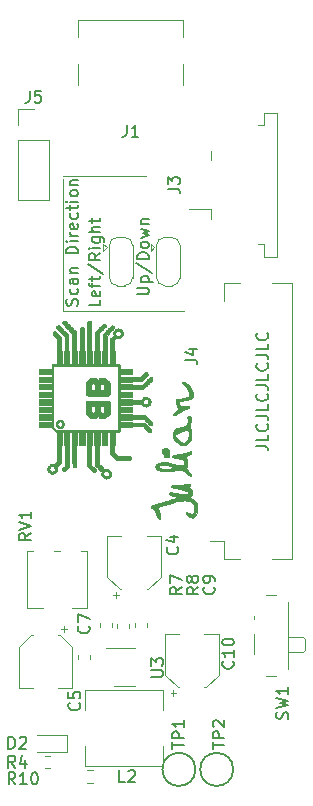
<source format=gto>
G04 #@! TF.GenerationSoftware,KiCad,Pcbnew,(5.1.4)-1*
G04 #@! TF.CreationDate,2021-02-22T09:31:14+01:00*
G04 #@! TF.ProjectId,rgb_lcd_pihat,7267625f-6c63-4645-9f70-696861742e6b,rev?*
G04 #@! TF.SameCoordinates,Original*
G04 #@! TF.FileFunction,Legend,Top*
G04 #@! TF.FilePolarity,Positive*
%FSLAX46Y46*%
G04 Gerber Fmt 4.6, Leading zero omitted, Abs format (unit mm)*
G04 Created by KiCad (PCBNEW (5.1.4)-1) date 2021-02-22 09:31:14*
%MOMM*%
%LPD*%
G04 APERTURE LIST*
%ADD10C,0.150000*%
%ADD11C,0.120000*%
%ADD12C,0.010000*%
G04 APERTURE END LIST*
D10*
X66952380Y-70619047D02*
X67666666Y-70619047D01*
X67809523Y-70666666D01*
X67904761Y-70761904D01*
X67952380Y-70904761D01*
X67952380Y-71000000D01*
X67952380Y-69666666D02*
X67952380Y-70142857D01*
X66952380Y-70142857D01*
X67857142Y-68761904D02*
X67904761Y-68809523D01*
X67952380Y-68952380D01*
X67952380Y-69047619D01*
X67904761Y-69190476D01*
X67809523Y-69285714D01*
X67714285Y-69333333D01*
X67523809Y-69380952D01*
X67380952Y-69380952D01*
X67190476Y-69333333D01*
X67095238Y-69285714D01*
X67000000Y-69190476D01*
X66952380Y-69047619D01*
X66952380Y-68952380D01*
X67000000Y-68809523D01*
X67047619Y-68761904D01*
X66952380Y-68047619D02*
X67666666Y-68047619D01*
X67809523Y-68095238D01*
X67904761Y-68190476D01*
X67952380Y-68333333D01*
X67952380Y-68428571D01*
X67952380Y-67095238D02*
X67952380Y-67571428D01*
X66952380Y-67571428D01*
X67857142Y-66190476D02*
X67904761Y-66238095D01*
X67952380Y-66380952D01*
X67952380Y-66476190D01*
X67904761Y-66619047D01*
X67809523Y-66714285D01*
X67714285Y-66761904D01*
X67523809Y-66809523D01*
X67380952Y-66809523D01*
X67190476Y-66761904D01*
X67095238Y-66714285D01*
X67000000Y-66619047D01*
X66952380Y-66476190D01*
X66952380Y-66380952D01*
X67000000Y-66238095D01*
X67047619Y-66190476D01*
X66952380Y-65476190D02*
X67666666Y-65476190D01*
X67809523Y-65523809D01*
X67904761Y-65619047D01*
X67952380Y-65761904D01*
X67952380Y-65857142D01*
X67952380Y-64523809D02*
X67952380Y-65000000D01*
X66952380Y-65000000D01*
X67857142Y-63619047D02*
X67904761Y-63666666D01*
X67952380Y-63809523D01*
X67952380Y-63904761D01*
X67904761Y-64047619D01*
X67809523Y-64142857D01*
X67714285Y-64190476D01*
X67523809Y-64238095D01*
X67380952Y-64238095D01*
X67190476Y-64190476D01*
X67095238Y-64142857D01*
X67000000Y-64047619D01*
X66952380Y-63904761D01*
X66952380Y-63809523D01*
X67000000Y-63666666D01*
X67047619Y-63619047D01*
X66952380Y-62904761D02*
X67666666Y-62904761D01*
X67809523Y-62952380D01*
X67904761Y-63047619D01*
X67952380Y-63190476D01*
X67952380Y-63285714D01*
X67952380Y-61952380D02*
X67952380Y-62428571D01*
X66952380Y-62428571D01*
X67857142Y-61047619D02*
X67904761Y-61095238D01*
X67952380Y-61238095D01*
X67952380Y-61333333D01*
X67904761Y-61476190D01*
X67809523Y-61571428D01*
X67714285Y-61619047D01*
X67523809Y-61666666D01*
X67380952Y-61666666D01*
X67190476Y-61619047D01*
X67095238Y-61571428D01*
X67000000Y-61476190D01*
X66952380Y-61333333D01*
X66952380Y-61238095D01*
X67000000Y-61095238D01*
X67047619Y-61047619D01*
D11*
X50600000Y-59200000D02*
X60800000Y-59200000D01*
X50600000Y-48000000D02*
X50600000Y-59200000D01*
X50600000Y-47800000D02*
X57600000Y-47800000D01*
D10*
X51804761Y-58733333D02*
X51852380Y-58590476D01*
X51852380Y-58352380D01*
X51804761Y-58257142D01*
X51757142Y-58209523D01*
X51661904Y-58161904D01*
X51566666Y-58161904D01*
X51471428Y-58209523D01*
X51423809Y-58257142D01*
X51376190Y-58352380D01*
X51328571Y-58542857D01*
X51280952Y-58638095D01*
X51233333Y-58685714D01*
X51138095Y-58733333D01*
X51042857Y-58733333D01*
X50947619Y-58685714D01*
X50900000Y-58638095D01*
X50852380Y-58542857D01*
X50852380Y-58304761D01*
X50900000Y-58161904D01*
X51804761Y-57304761D02*
X51852380Y-57400000D01*
X51852380Y-57590476D01*
X51804761Y-57685714D01*
X51757142Y-57733333D01*
X51661904Y-57780952D01*
X51376190Y-57780952D01*
X51280952Y-57733333D01*
X51233333Y-57685714D01*
X51185714Y-57590476D01*
X51185714Y-57400000D01*
X51233333Y-57304761D01*
X51852380Y-56447619D02*
X51328571Y-56447619D01*
X51233333Y-56495238D01*
X51185714Y-56590476D01*
X51185714Y-56780952D01*
X51233333Y-56876190D01*
X51804761Y-56447619D02*
X51852380Y-56542857D01*
X51852380Y-56780952D01*
X51804761Y-56876190D01*
X51709523Y-56923809D01*
X51614285Y-56923809D01*
X51519047Y-56876190D01*
X51471428Y-56780952D01*
X51471428Y-56542857D01*
X51423809Y-56447619D01*
X51185714Y-55971428D02*
X51852380Y-55971428D01*
X51280952Y-55971428D02*
X51233333Y-55923809D01*
X51185714Y-55828571D01*
X51185714Y-55685714D01*
X51233333Y-55590476D01*
X51328571Y-55542857D01*
X51852380Y-55542857D01*
X51852380Y-54304761D02*
X50852380Y-54304761D01*
X50852380Y-54066666D01*
X50900000Y-53923809D01*
X50995238Y-53828571D01*
X51090476Y-53780952D01*
X51280952Y-53733333D01*
X51423809Y-53733333D01*
X51614285Y-53780952D01*
X51709523Y-53828571D01*
X51804761Y-53923809D01*
X51852380Y-54066666D01*
X51852380Y-54304761D01*
X51852380Y-53304761D02*
X51185714Y-53304761D01*
X50852380Y-53304761D02*
X50900000Y-53352380D01*
X50947619Y-53304761D01*
X50900000Y-53257142D01*
X50852380Y-53304761D01*
X50947619Y-53304761D01*
X51852380Y-52828571D02*
X51185714Y-52828571D01*
X51376190Y-52828571D02*
X51280952Y-52780952D01*
X51233333Y-52733333D01*
X51185714Y-52638095D01*
X51185714Y-52542857D01*
X51804761Y-51828571D02*
X51852380Y-51923809D01*
X51852380Y-52114285D01*
X51804761Y-52209523D01*
X51709523Y-52257142D01*
X51328571Y-52257142D01*
X51233333Y-52209523D01*
X51185714Y-52114285D01*
X51185714Y-51923809D01*
X51233333Y-51828571D01*
X51328571Y-51780952D01*
X51423809Y-51780952D01*
X51519047Y-52257142D01*
X51804761Y-50923809D02*
X51852380Y-51019047D01*
X51852380Y-51209523D01*
X51804761Y-51304761D01*
X51757142Y-51352380D01*
X51661904Y-51400000D01*
X51376190Y-51400000D01*
X51280952Y-51352380D01*
X51233333Y-51304761D01*
X51185714Y-51209523D01*
X51185714Y-51019047D01*
X51233333Y-50923809D01*
X51185714Y-50638095D02*
X51185714Y-50257142D01*
X50852380Y-50495238D02*
X51709523Y-50495238D01*
X51804761Y-50447619D01*
X51852380Y-50352380D01*
X51852380Y-50257142D01*
X51852380Y-49923809D02*
X51185714Y-49923809D01*
X50852380Y-49923809D02*
X50900000Y-49971428D01*
X50947619Y-49923809D01*
X50900000Y-49876190D01*
X50852380Y-49923809D01*
X50947619Y-49923809D01*
X51852380Y-49304761D02*
X51804761Y-49400000D01*
X51757142Y-49447619D01*
X51661904Y-49495238D01*
X51376190Y-49495238D01*
X51280952Y-49447619D01*
X51233333Y-49400000D01*
X51185714Y-49304761D01*
X51185714Y-49161904D01*
X51233333Y-49066666D01*
X51280952Y-49019047D01*
X51376190Y-48971428D01*
X51661904Y-48971428D01*
X51757142Y-49019047D01*
X51804761Y-49066666D01*
X51852380Y-49161904D01*
X51852380Y-49304761D01*
X51185714Y-48542857D02*
X51852380Y-48542857D01*
X51280952Y-48542857D02*
X51233333Y-48495238D01*
X51185714Y-48400000D01*
X51185714Y-48257142D01*
X51233333Y-48161904D01*
X51328571Y-48114285D01*
X51852380Y-48114285D01*
X56852380Y-57790476D02*
X57661904Y-57790476D01*
X57757142Y-57742857D01*
X57804761Y-57695238D01*
X57852380Y-57600000D01*
X57852380Y-57409523D01*
X57804761Y-57314285D01*
X57757142Y-57266666D01*
X57661904Y-57219047D01*
X56852380Y-57219047D01*
X57185714Y-56742857D02*
X58185714Y-56742857D01*
X57233333Y-56742857D02*
X57185714Y-56647619D01*
X57185714Y-56457142D01*
X57233333Y-56361904D01*
X57280952Y-56314285D01*
X57376190Y-56266666D01*
X57661904Y-56266666D01*
X57757142Y-56314285D01*
X57804761Y-56361904D01*
X57852380Y-56457142D01*
X57852380Y-56647619D01*
X57804761Y-56742857D01*
X56804761Y-55123809D02*
X58090476Y-55980952D01*
X57852380Y-54790476D02*
X56852380Y-54790476D01*
X56852380Y-54552380D01*
X56900000Y-54409523D01*
X56995238Y-54314285D01*
X57090476Y-54266666D01*
X57280952Y-54219047D01*
X57423809Y-54219047D01*
X57614285Y-54266666D01*
X57709523Y-54314285D01*
X57804761Y-54409523D01*
X57852380Y-54552380D01*
X57852380Y-54790476D01*
X57852380Y-53647619D02*
X57804761Y-53742857D01*
X57757142Y-53790476D01*
X57661904Y-53838095D01*
X57376190Y-53838095D01*
X57280952Y-53790476D01*
X57233333Y-53742857D01*
X57185714Y-53647619D01*
X57185714Y-53504761D01*
X57233333Y-53409523D01*
X57280952Y-53361904D01*
X57376190Y-53314285D01*
X57661904Y-53314285D01*
X57757142Y-53361904D01*
X57804761Y-53409523D01*
X57852380Y-53504761D01*
X57852380Y-53647619D01*
X57185714Y-52980952D02*
X57852380Y-52790476D01*
X57376190Y-52600000D01*
X57852380Y-52409523D01*
X57185714Y-52219047D01*
X57185714Y-51838095D02*
X57852380Y-51838095D01*
X57280952Y-51838095D02*
X57233333Y-51790476D01*
X57185714Y-51695238D01*
X57185714Y-51552380D01*
X57233333Y-51457142D01*
X57328571Y-51409523D01*
X57852380Y-51409523D01*
X53752380Y-58242857D02*
X53752380Y-58719047D01*
X52752380Y-58719047D01*
X53704761Y-57528571D02*
X53752380Y-57623809D01*
X53752380Y-57814285D01*
X53704761Y-57909523D01*
X53609523Y-57957142D01*
X53228571Y-57957142D01*
X53133333Y-57909523D01*
X53085714Y-57814285D01*
X53085714Y-57623809D01*
X53133333Y-57528571D01*
X53228571Y-57480952D01*
X53323809Y-57480952D01*
X53419047Y-57957142D01*
X53085714Y-57195238D02*
X53085714Y-56814285D01*
X53752380Y-57052380D02*
X52895238Y-57052380D01*
X52800000Y-57004761D01*
X52752380Y-56909523D01*
X52752380Y-56814285D01*
X53085714Y-56623809D02*
X53085714Y-56242857D01*
X52752380Y-56480952D02*
X53609523Y-56480952D01*
X53704761Y-56433333D01*
X53752380Y-56338095D01*
X53752380Y-56242857D01*
X52704761Y-55195238D02*
X53990476Y-56052380D01*
X53752380Y-54290476D02*
X53276190Y-54623809D01*
X53752380Y-54861904D02*
X52752380Y-54861904D01*
X52752380Y-54480952D01*
X52800000Y-54385714D01*
X52847619Y-54338095D01*
X52942857Y-54290476D01*
X53085714Y-54290476D01*
X53180952Y-54338095D01*
X53228571Y-54385714D01*
X53276190Y-54480952D01*
X53276190Y-54861904D01*
X53752380Y-53861904D02*
X53085714Y-53861904D01*
X52752380Y-53861904D02*
X52800000Y-53909523D01*
X52847619Y-53861904D01*
X52800000Y-53814285D01*
X52752380Y-53861904D01*
X52847619Y-53861904D01*
X53085714Y-52957142D02*
X53895238Y-52957142D01*
X53990476Y-53004761D01*
X54038095Y-53052380D01*
X54085714Y-53147619D01*
X54085714Y-53290476D01*
X54038095Y-53385714D01*
X53704761Y-52957142D02*
X53752380Y-53052380D01*
X53752380Y-53242857D01*
X53704761Y-53338095D01*
X53657142Y-53385714D01*
X53561904Y-53433333D01*
X53276190Y-53433333D01*
X53180952Y-53385714D01*
X53133333Y-53338095D01*
X53085714Y-53242857D01*
X53085714Y-53052380D01*
X53133333Y-52957142D01*
X53752380Y-52480952D02*
X52752380Y-52480952D01*
X53752380Y-52052380D02*
X53228571Y-52052380D01*
X53133333Y-52100000D01*
X53085714Y-52195238D01*
X53085714Y-52338095D01*
X53133333Y-52433333D01*
X53180952Y-52480952D01*
X53085714Y-51719047D02*
X53085714Y-51338095D01*
X52752380Y-51576190D02*
X53609523Y-51576190D01*
X53704761Y-51528571D01*
X53752380Y-51433333D01*
X53752380Y-51338095D01*
D12*
G36*
X58962788Y-70949642D02*
G01*
X58992184Y-70903134D01*
X59037482Y-70874532D01*
X59159069Y-70829763D01*
X59287351Y-70811434D01*
X59398345Y-70822482D01*
X59415675Y-70828212D01*
X59488730Y-70884136D01*
X59546796Y-70982387D01*
X59586452Y-71110047D01*
X59604277Y-71254195D01*
X59596850Y-71401914D01*
X59584467Y-71465666D01*
X59551921Y-71541773D01*
X59493253Y-71581164D01*
X59395095Y-71592660D01*
X59391932Y-71592666D01*
X59282684Y-71577767D01*
X59190554Y-71525117D01*
X59179481Y-71516034D01*
X59097192Y-71420936D01*
X59025440Y-71292419D01*
X58974784Y-71153509D01*
X58955778Y-71028142D01*
X58962788Y-70949642D01*
X58962788Y-70949642D01*
G37*
X58962788Y-70949642D02*
X58992184Y-70903134D01*
X59037482Y-70874532D01*
X59159069Y-70829763D01*
X59287351Y-70811434D01*
X59398345Y-70822482D01*
X59415675Y-70828212D01*
X59488730Y-70884136D01*
X59546796Y-70982387D01*
X59586452Y-71110047D01*
X59604277Y-71254195D01*
X59596850Y-71401914D01*
X59584467Y-71465666D01*
X59551921Y-71541773D01*
X59493253Y-71581164D01*
X59395095Y-71592660D01*
X59391932Y-71592666D01*
X59282684Y-71577767D01*
X59190554Y-71525117D01*
X59179481Y-71516034D01*
X59097192Y-71420936D01*
X59025440Y-71292419D01*
X58974784Y-71153509D01*
X58955778Y-71028142D01*
X58962788Y-70949642D01*
G36*
X59907841Y-69509454D02*
G01*
X59929445Y-69459244D01*
X59967089Y-69373372D01*
X59992686Y-69308144D01*
X60000000Y-69281982D01*
X60026789Y-69231729D01*
X60102370Y-69177384D01*
X60219563Y-69122154D01*
X60371191Y-69069245D01*
X60550073Y-69021864D01*
X60613080Y-69008149D01*
X60776319Y-68971635D01*
X60894598Y-68934639D01*
X60978831Y-68888680D01*
X61039932Y-68825276D01*
X61088816Y-68735945D01*
X61136396Y-68612204D01*
X61141559Y-68597450D01*
X61175676Y-68479262D01*
X61180223Y-68392562D01*
X61154374Y-68320260D01*
X61126188Y-68279532D01*
X61089732Y-68218099D01*
X61080553Y-68169714D01*
X61081429Y-68166850D01*
X61120195Y-68133546D01*
X61193826Y-68110899D01*
X61281084Y-68103366D01*
X61346441Y-68111221D01*
X61417367Y-68129022D01*
X61401458Y-68400344D01*
X61391102Y-68542863D01*
X61377345Y-68686624D01*
X61362635Y-68807079D01*
X61357741Y-68839026D01*
X61344106Y-68952832D01*
X61349379Y-69036444D01*
X61370523Y-69103528D01*
X61388663Y-69168794D01*
X61401097Y-69267973D01*
X61408375Y-69408192D01*
X61411051Y-69596578D01*
X61411089Y-69627613D01*
X61410248Y-69797376D01*
X61406947Y-69921785D01*
X61399988Y-70011917D01*
X61388172Y-70078850D01*
X61370300Y-70133660D01*
X61351988Y-70173909D01*
X61249429Y-70322098D01*
X61101204Y-70451741D01*
X60982466Y-70522932D01*
X60863634Y-70562262D01*
X60769079Y-70560993D01*
X60769079Y-70350889D01*
X60821148Y-70329201D01*
X60894184Y-70271347D01*
X60977869Y-70188141D01*
X61061886Y-70090397D01*
X61135915Y-69988929D01*
X61173002Y-69927555D01*
X61209947Y-69850222D01*
X61229805Y-69775919D01*
X61236407Y-69683395D01*
X61234813Y-69584709D01*
X61226779Y-69459418D01*
X61210843Y-69376434D01*
X61183916Y-69321824D01*
X61173825Y-69309542D01*
X61129107Y-69272629D01*
X61072589Y-69255426D01*
X60994052Y-69258267D01*
X60883274Y-69281483D01*
X60735234Y-69323821D01*
X60515466Y-69399850D01*
X60339169Y-69479872D01*
X60208999Y-69561923D01*
X60127610Y-69644038D01*
X60097658Y-69724253D01*
X60112040Y-69784858D01*
X60149534Y-69833567D01*
X60218613Y-69905087D01*
X60309611Y-69991090D01*
X60412862Y-70083248D01*
X60518699Y-70173234D01*
X60617455Y-70252721D01*
X60699466Y-70313381D01*
X60755063Y-70346887D01*
X60769079Y-70350889D01*
X60769079Y-70560993D01*
X60736074Y-70560550D01*
X60594533Y-70516118D01*
X60433756Y-70427285D01*
X60248492Y-70292371D01*
X60239889Y-70285506D01*
X60110291Y-70175306D01*
X60017784Y-70079213D01*
X59950342Y-69983522D01*
X59913492Y-69913444D01*
X59869110Y-69781908D01*
X59867034Y-69652747D01*
X59907841Y-69509454D01*
X59907841Y-69509454D01*
G37*
X59907841Y-69509454D02*
X59929445Y-69459244D01*
X59967089Y-69373372D01*
X59992686Y-69308144D01*
X60000000Y-69281982D01*
X60026789Y-69231729D01*
X60102370Y-69177384D01*
X60219563Y-69122154D01*
X60371191Y-69069245D01*
X60550073Y-69021864D01*
X60613080Y-69008149D01*
X60776319Y-68971635D01*
X60894598Y-68934639D01*
X60978831Y-68888680D01*
X61039932Y-68825276D01*
X61088816Y-68735945D01*
X61136396Y-68612204D01*
X61141559Y-68597450D01*
X61175676Y-68479262D01*
X61180223Y-68392562D01*
X61154374Y-68320260D01*
X61126188Y-68279532D01*
X61089732Y-68218099D01*
X61080553Y-68169714D01*
X61081429Y-68166850D01*
X61120195Y-68133546D01*
X61193826Y-68110899D01*
X61281084Y-68103366D01*
X61346441Y-68111221D01*
X61417367Y-68129022D01*
X61401458Y-68400344D01*
X61391102Y-68542863D01*
X61377345Y-68686624D01*
X61362635Y-68807079D01*
X61357741Y-68839026D01*
X61344106Y-68952832D01*
X61349379Y-69036444D01*
X61370523Y-69103528D01*
X61388663Y-69168794D01*
X61401097Y-69267973D01*
X61408375Y-69408192D01*
X61411051Y-69596578D01*
X61411089Y-69627613D01*
X61410248Y-69797376D01*
X61406947Y-69921785D01*
X61399988Y-70011917D01*
X61388172Y-70078850D01*
X61370300Y-70133660D01*
X61351988Y-70173909D01*
X61249429Y-70322098D01*
X61101204Y-70451741D01*
X60982466Y-70522932D01*
X60863634Y-70562262D01*
X60769079Y-70560993D01*
X60769079Y-70350889D01*
X60821148Y-70329201D01*
X60894184Y-70271347D01*
X60977869Y-70188141D01*
X61061886Y-70090397D01*
X61135915Y-69988929D01*
X61173002Y-69927555D01*
X61209947Y-69850222D01*
X61229805Y-69775919D01*
X61236407Y-69683395D01*
X61234813Y-69584709D01*
X61226779Y-69459418D01*
X61210843Y-69376434D01*
X61183916Y-69321824D01*
X61173825Y-69309542D01*
X61129107Y-69272629D01*
X61072589Y-69255426D01*
X60994052Y-69258267D01*
X60883274Y-69281483D01*
X60735234Y-69323821D01*
X60515466Y-69399850D01*
X60339169Y-69479872D01*
X60208999Y-69561923D01*
X60127610Y-69644038D01*
X60097658Y-69724253D01*
X60112040Y-69784858D01*
X60149534Y-69833567D01*
X60218613Y-69905087D01*
X60309611Y-69991090D01*
X60412862Y-70083248D01*
X60518699Y-70173234D01*
X60617455Y-70252721D01*
X60699466Y-70313381D01*
X60755063Y-70346887D01*
X60769079Y-70350889D01*
X60769079Y-70560993D01*
X60736074Y-70560550D01*
X60594533Y-70516118D01*
X60433756Y-70427285D01*
X60248492Y-70292371D01*
X60239889Y-70285506D01*
X60110291Y-70175306D01*
X60017784Y-70079213D01*
X59950342Y-69983522D01*
X59913492Y-69913444D01*
X59869110Y-69781908D01*
X59867034Y-69652747D01*
X59907841Y-69509454D01*
G36*
X58428092Y-72264991D02*
G01*
X58458217Y-72173700D01*
X58516706Y-72106779D01*
X58610333Y-72059374D01*
X58745873Y-72026632D01*
X58930101Y-72003701D01*
X58955778Y-72001380D01*
X59167517Y-71997108D01*
X59402968Y-72015768D01*
X59635753Y-72054279D01*
X59816958Y-72101981D01*
X60005024Y-72155026D01*
X60207975Y-72198532D01*
X60404473Y-72228658D01*
X60573179Y-72241564D01*
X60593549Y-72241777D01*
X60716595Y-72230038D01*
X60794800Y-72190202D01*
X60835647Y-72115347D01*
X60846667Y-72007549D01*
X60824738Y-71899347D01*
X60757527Y-71809259D01*
X60642899Y-71736131D01*
X60478720Y-71678812D01*
X60262853Y-71636148D01*
X60127000Y-71619111D01*
X59977451Y-71597828D01*
X59877793Y-71569522D01*
X59821629Y-71531360D01*
X59802560Y-71480507D01*
X59802445Y-71475376D01*
X59821123Y-71445664D01*
X59879961Y-71417740D01*
X59983167Y-71390455D01*
X60134945Y-71362660D01*
X60306755Y-71337576D01*
X60590322Y-71289932D01*
X60855127Y-71227471D01*
X60987778Y-71187504D01*
X61160202Y-71132120D01*
X61286668Y-71096541D01*
X61373894Y-71080288D01*
X61428595Y-71082881D01*
X61457490Y-71103842D01*
X61467294Y-71142692D01*
X61467556Y-71153300D01*
X61441357Y-71226480D01*
X61389945Y-71276615D01*
X61313767Y-71324998D01*
X61221026Y-71377202D01*
X61197557Y-71389363D01*
X61108748Y-71437612D01*
X61055297Y-71482142D01*
X61032592Y-71536576D01*
X61036025Y-71614539D01*
X61060984Y-71729653D01*
X61070098Y-71766037D01*
X61107763Y-71932791D01*
X61124116Y-72060805D01*
X61118852Y-72163731D01*
X61091661Y-72255220D01*
X61057553Y-72323046D01*
X60986896Y-72446648D01*
X61108494Y-72577046D01*
X61209390Y-72696964D01*
X61293887Y-72819766D01*
X61357716Y-72936423D01*
X61396607Y-73037905D01*
X61406292Y-73115181D01*
X61383461Y-73158647D01*
X61347641Y-73151500D01*
X61281794Y-73114786D01*
X61197640Y-73056921D01*
X61106902Y-72986323D01*
X61021301Y-72911410D01*
X60974541Y-72864998D01*
X60837686Y-72744044D01*
X60694314Y-72671540D01*
X60527914Y-72640386D01*
X60446530Y-72637926D01*
X60304649Y-72645205D01*
X60149247Y-72662997D01*
X60042334Y-72681755D01*
X59938593Y-72699990D01*
X59796136Y-72719267D01*
X59632601Y-72737458D01*
X59465626Y-72752436D01*
X59441004Y-72754301D01*
X59256207Y-72763345D01*
X59256207Y-72537241D01*
X59308556Y-72537201D01*
X59504184Y-72534652D01*
X59649695Y-72526936D01*
X59751299Y-72512514D01*
X59815207Y-72489848D01*
X59847629Y-72457398D01*
X59854774Y-72413625D01*
X59853546Y-72402146D01*
X59837125Y-72364860D01*
X59792572Y-72331816D01*
X59709188Y-72296419D01*
X59647223Y-72274991D01*
X59473876Y-72230449D01*
X59267585Y-72202587D01*
X59138017Y-72193702D01*
X59000917Y-72187422D01*
X58907715Y-72186175D01*
X58845963Y-72191650D01*
X58803214Y-72205535D01*
X58767021Y-72229517D01*
X58746345Y-72246808D01*
X58689962Y-72319214D01*
X58689643Y-72389740D01*
X58745008Y-72456512D01*
X58795500Y-72489031D01*
X58840967Y-72508803D01*
X58899667Y-72522561D01*
X58981704Y-72531254D01*
X59097182Y-72535831D01*
X59256207Y-72537241D01*
X59256207Y-72763345D01*
X59200512Y-72766071D01*
X59003026Y-72761075D01*
X58837155Y-72737615D01*
X58691506Y-72693991D01*
X58554689Y-72628502D01*
X58539500Y-72619780D01*
X58472311Y-72578209D01*
X58436516Y-72541126D01*
X58422230Y-72489218D01*
X58419564Y-72403177D01*
X58419556Y-72385505D01*
X58428092Y-72264991D01*
X58428092Y-72264991D01*
G37*
X58428092Y-72264991D02*
X58458217Y-72173700D01*
X58516706Y-72106779D01*
X58610333Y-72059374D01*
X58745873Y-72026632D01*
X58930101Y-72003701D01*
X58955778Y-72001380D01*
X59167517Y-71997108D01*
X59402968Y-72015768D01*
X59635753Y-72054279D01*
X59816958Y-72101981D01*
X60005024Y-72155026D01*
X60207975Y-72198532D01*
X60404473Y-72228658D01*
X60573179Y-72241564D01*
X60593549Y-72241777D01*
X60716595Y-72230038D01*
X60794800Y-72190202D01*
X60835647Y-72115347D01*
X60846667Y-72007549D01*
X60824738Y-71899347D01*
X60757527Y-71809259D01*
X60642899Y-71736131D01*
X60478720Y-71678812D01*
X60262853Y-71636148D01*
X60127000Y-71619111D01*
X59977451Y-71597828D01*
X59877793Y-71569522D01*
X59821629Y-71531360D01*
X59802560Y-71480507D01*
X59802445Y-71475376D01*
X59821123Y-71445664D01*
X59879961Y-71417740D01*
X59983167Y-71390455D01*
X60134945Y-71362660D01*
X60306755Y-71337576D01*
X60590322Y-71289932D01*
X60855127Y-71227471D01*
X60987778Y-71187504D01*
X61160202Y-71132120D01*
X61286668Y-71096541D01*
X61373894Y-71080288D01*
X61428595Y-71082881D01*
X61457490Y-71103842D01*
X61467294Y-71142692D01*
X61467556Y-71153300D01*
X61441357Y-71226480D01*
X61389945Y-71276615D01*
X61313767Y-71324998D01*
X61221026Y-71377202D01*
X61197557Y-71389363D01*
X61108748Y-71437612D01*
X61055297Y-71482142D01*
X61032592Y-71536576D01*
X61036025Y-71614539D01*
X61060984Y-71729653D01*
X61070098Y-71766037D01*
X61107763Y-71932791D01*
X61124116Y-72060805D01*
X61118852Y-72163731D01*
X61091661Y-72255220D01*
X61057553Y-72323046D01*
X60986896Y-72446648D01*
X61108494Y-72577046D01*
X61209390Y-72696964D01*
X61293887Y-72819766D01*
X61357716Y-72936423D01*
X61396607Y-73037905D01*
X61406292Y-73115181D01*
X61383461Y-73158647D01*
X61347641Y-73151500D01*
X61281794Y-73114786D01*
X61197640Y-73056921D01*
X61106902Y-72986323D01*
X61021301Y-72911410D01*
X60974541Y-72864998D01*
X60837686Y-72744044D01*
X60694314Y-72671540D01*
X60527914Y-72640386D01*
X60446530Y-72637926D01*
X60304649Y-72645205D01*
X60149247Y-72662997D01*
X60042334Y-72681755D01*
X59938593Y-72699990D01*
X59796136Y-72719267D01*
X59632601Y-72737458D01*
X59465626Y-72752436D01*
X59441004Y-72754301D01*
X59256207Y-72763345D01*
X59256207Y-72537241D01*
X59308556Y-72537201D01*
X59504184Y-72534652D01*
X59649695Y-72526936D01*
X59751299Y-72512514D01*
X59815207Y-72489848D01*
X59847629Y-72457398D01*
X59854774Y-72413625D01*
X59853546Y-72402146D01*
X59837125Y-72364860D01*
X59792572Y-72331816D01*
X59709188Y-72296419D01*
X59647223Y-72274991D01*
X59473876Y-72230449D01*
X59267585Y-72202587D01*
X59138017Y-72193702D01*
X59000917Y-72187422D01*
X58907715Y-72186175D01*
X58845963Y-72191650D01*
X58803214Y-72205535D01*
X58767021Y-72229517D01*
X58746345Y-72246808D01*
X58689962Y-72319214D01*
X58689643Y-72389740D01*
X58745008Y-72456512D01*
X58795500Y-72489031D01*
X58840967Y-72508803D01*
X58899667Y-72522561D01*
X58981704Y-72531254D01*
X59097182Y-72535831D01*
X59256207Y-72537241D01*
X59256207Y-72763345D01*
X59200512Y-72766071D01*
X59003026Y-72761075D01*
X58837155Y-72737615D01*
X58691506Y-72693991D01*
X58554689Y-72628502D01*
X58539500Y-72619780D01*
X58472311Y-72578209D01*
X58436516Y-72541126D01*
X58422230Y-72489218D01*
X58419564Y-72403177D01*
X58419556Y-72385505D01*
X58428092Y-72264991D01*
G36*
X59933025Y-67919122D02*
G01*
X59978086Y-67829011D01*
X60061914Y-67730086D01*
X60155256Y-67648759D01*
X60241114Y-67577683D01*
X60290236Y-67517008D01*
X60305645Y-67451859D01*
X60290364Y-67367359D01*
X60247417Y-67248634D01*
X60240244Y-67230622D01*
X60179280Y-67014382D01*
X60162633Y-66847408D01*
X60155223Y-66639666D01*
X60282223Y-66632383D01*
X60405958Y-66620668D01*
X60560889Y-66599416D01*
X60727206Y-66571996D01*
X60885100Y-66541777D01*
X61014764Y-66512129D01*
X61055308Y-66500878D01*
X61177051Y-66452832D01*
X61257051Y-66390889D01*
X61296407Y-66309247D01*
X61296222Y-66202104D01*
X61257596Y-66063658D01*
X61181630Y-65888106D01*
X61174425Y-65873214D01*
X61103316Y-65736214D01*
X61036283Y-65632671D01*
X60958672Y-65542794D01*
X60863981Y-65453973D01*
X60757016Y-65349448D01*
X60695448Y-65266630D01*
X60679285Y-65208021D01*
X60708537Y-65176126D01*
X60783212Y-65173451D01*
X60863040Y-65190448D01*
X60978888Y-65245926D01*
X61103122Y-65345672D01*
X61227758Y-65479933D01*
X61344808Y-65638958D01*
X61446290Y-65812997D01*
X61524217Y-65992297D01*
X61527630Y-66002029D01*
X61561187Y-66130184D01*
X61578377Y-66263746D01*
X61579107Y-66387865D01*
X61563284Y-66487692D01*
X61531056Y-66548160D01*
X61421458Y-66620062D01*
X61269108Y-66682797D01*
X61087500Y-66731897D01*
X60890131Y-66762896D01*
X60878946Y-66764001D01*
X60679589Y-66789208D01*
X60534196Y-66822715D01*
X60440649Y-66866445D01*
X60396827Y-66922321D01*
X60400613Y-66992265D01*
X60449888Y-67078201D01*
X60485187Y-67121293D01*
X60575263Y-67223884D01*
X60898351Y-67213997D01*
X61042015Y-67210782D01*
X61139317Y-67212206D01*
X61200222Y-67219251D01*
X61234694Y-67232900D01*
X61249560Y-67248631D01*
X61259407Y-67310710D01*
X61221860Y-67377068D01*
X61144507Y-67439218D01*
X61034935Y-67488675D01*
X61034918Y-67488681D01*
X60938092Y-67522694D01*
X60844642Y-67561626D01*
X60743869Y-67610973D01*
X60625074Y-67676232D01*
X60477559Y-67762899D01*
X60345663Y-67842799D01*
X60224341Y-67915125D01*
X60118153Y-67975194D01*
X60037384Y-68017416D01*
X59992320Y-68036204D01*
X59988849Y-68036666D01*
X59945907Y-68013799D01*
X59932362Y-67991758D01*
X59933025Y-67919122D01*
X59933025Y-67919122D01*
G37*
X59933025Y-67919122D02*
X59978086Y-67829011D01*
X60061914Y-67730086D01*
X60155256Y-67648759D01*
X60241114Y-67577683D01*
X60290236Y-67517008D01*
X60305645Y-67451859D01*
X60290364Y-67367359D01*
X60247417Y-67248634D01*
X60240244Y-67230622D01*
X60179280Y-67014382D01*
X60162633Y-66847408D01*
X60155223Y-66639666D01*
X60282223Y-66632383D01*
X60405958Y-66620668D01*
X60560889Y-66599416D01*
X60727206Y-66571996D01*
X60885100Y-66541777D01*
X61014764Y-66512129D01*
X61055308Y-66500878D01*
X61177051Y-66452832D01*
X61257051Y-66390889D01*
X61296407Y-66309247D01*
X61296222Y-66202104D01*
X61257596Y-66063658D01*
X61181630Y-65888106D01*
X61174425Y-65873214D01*
X61103316Y-65736214D01*
X61036283Y-65632671D01*
X60958672Y-65542794D01*
X60863981Y-65453973D01*
X60757016Y-65349448D01*
X60695448Y-65266630D01*
X60679285Y-65208021D01*
X60708537Y-65176126D01*
X60783212Y-65173451D01*
X60863040Y-65190448D01*
X60978888Y-65245926D01*
X61103122Y-65345672D01*
X61227758Y-65479933D01*
X61344808Y-65638958D01*
X61446290Y-65812997D01*
X61524217Y-65992297D01*
X61527630Y-66002029D01*
X61561187Y-66130184D01*
X61578377Y-66263746D01*
X61579107Y-66387865D01*
X61563284Y-66487692D01*
X61531056Y-66548160D01*
X61421458Y-66620062D01*
X61269108Y-66682797D01*
X61087500Y-66731897D01*
X60890131Y-66762896D01*
X60878946Y-66764001D01*
X60679589Y-66789208D01*
X60534196Y-66822715D01*
X60440649Y-66866445D01*
X60396827Y-66922321D01*
X60400613Y-66992265D01*
X60449888Y-67078201D01*
X60485187Y-67121293D01*
X60575263Y-67223884D01*
X60898351Y-67213997D01*
X61042015Y-67210782D01*
X61139317Y-67212206D01*
X61200222Y-67219251D01*
X61234694Y-67232900D01*
X61249560Y-67248631D01*
X61259407Y-67310710D01*
X61221860Y-67377068D01*
X61144507Y-67439218D01*
X61034935Y-67488675D01*
X61034918Y-67488681D01*
X60938092Y-67522694D01*
X60844642Y-67561626D01*
X60743869Y-67610973D01*
X60625074Y-67676232D01*
X60477559Y-67762899D01*
X60345663Y-67842799D01*
X60224341Y-67915125D01*
X60118153Y-67975194D01*
X60037384Y-68017416D01*
X59992320Y-68036204D01*
X59988849Y-68036666D01*
X59945907Y-68013799D01*
X59932362Y-67991758D01*
X59933025Y-67919122D01*
G36*
X58029906Y-75788827D02*
G01*
X58048169Y-75722839D01*
X58097089Y-75671129D01*
X58151445Y-75637045D01*
X58255367Y-75591626D01*
X58369128Y-75559677D01*
X58391334Y-75555936D01*
X58463651Y-75541015D01*
X58577935Y-75511601D01*
X58725567Y-75470387D01*
X58897931Y-75420067D01*
X59086410Y-75363335D01*
X59282385Y-75302883D01*
X59477240Y-75241406D01*
X59662357Y-75181596D01*
X59829119Y-75126147D01*
X59968909Y-75077752D01*
X60073108Y-75039106D01*
X60133101Y-75012900D01*
X60138168Y-75009949D01*
X60167589Y-74971279D01*
X60146476Y-74930547D01*
X60080200Y-74893484D01*
X60009567Y-74872737D01*
X59843289Y-74833513D01*
X59725009Y-74798864D01*
X59646980Y-74764528D01*
X59601452Y-74726242D01*
X59580675Y-74679742D01*
X59576667Y-74634574D01*
X59601160Y-74581919D01*
X59663112Y-74548621D01*
X59745232Y-74540304D01*
X59816556Y-74556501D01*
X59888107Y-74580583D01*
X59978813Y-74601333D01*
X60096401Y-74619804D01*
X60248597Y-74637049D01*
X60443127Y-74654121D01*
X60640378Y-74668781D01*
X60836552Y-74681006D01*
X60983382Y-74685665D01*
X61087583Y-74681768D01*
X61155870Y-74668324D01*
X61194961Y-74644342D01*
X61211570Y-74608831D01*
X61213556Y-74584222D01*
X61209433Y-74554910D01*
X61192090Y-74528764D01*
X61154065Y-74501899D01*
X61087899Y-74470430D01*
X60986130Y-74430472D01*
X60841296Y-74378140D01*
X60768541Y-74352488D01*
X60600828Y-74294946D01*
X60465079Y-74252630D01*
X60340700Y-74220185D01*
X60207097Y-74192255D01*
X60043676Y-74163485D01*
X60038209Y-74162572D01*
X59912781Y-74139222D01*
X59832448Y-74116954D01*
X59786116Y-74091493D01*
X59762690Y-74058564D01*
X59761682Y-74056026D01*
X59765377Y-74000476D01*
X59787900Y-73965782D01*
X59813007Y-73950173D01*
X59858231Y-73937675D01*
X59930617Y-73927592D01*
X60037207Y-73919230D01*
X60185046Y-73911896D01*
X60381175Y-73904894D01*
X60416882Y-73903777D01*
X60597994Y-73896809D01*
X60764211Y-73887820D01*
X60905666Y-73877550D01*
X61012493Y-73866736D01*
X61074824Y-73856119D01*
X61081338Y-73853984D01*
X61165802Y-73830114D01*
X61233151Y-73822222D01*
X61305516Y-73822222D01*
X61267806Y-74204920D01*
X61392975Y-74293148D01*
X61495428Y-74392017D01*
X61543507Y-74505396D01*
X61537193Y-74632564D01*
X61476461Y-74772799D01*
X61410658Y-74867016D01*
X61327230Y-74972353D01*
X61514019Y-75081591D01*
X61672171Y-75190019D01*
X61804109Y-75311914D01*
X61900115Y-75436976D01*
X61946842Y-75540316D01*
X61967728Y-75669818D01*
X61972032Y-75833682D01*
X61960439Y-76012529D01*
X61933633Y-76186981D01*
X61922197Y-76237725D01*
X61861310Y-76424263D01*
X61782007Y-76560204D01*
X61682179Y-76648987D01*
X61663703Y-76659284D01*
X61565731Y-76683262D01*
X61448361Y-76672599D01*
X61324323Y-76633758D01*
X61206346Y-76573205D01*
X61107160Y-76497402D01*
X61039494Y-76412813D01*
X61016000Y-76330385D01*
X61025241Y-76267219D01*
X61044144Y-76235270D01*
X61080948Y-76238366D01*
X61155178Y-76261507D01*
X61253419Y-76300229D01*
X61297547Y-76319584D01*
X61414339Y-76369723D01*
X61493128Y-76395988D01*
X61545564Y-76401348D01*
X61578853Y-76391296D01*
X61633233Y-76334878D01*
X61669479Y-76232075D01*
X61688105Y-76080418D01*
X61689623Y-75877442D01*
X61689095Y-75861032D01*
X61679223Y-75574601D01*
X61570351Y-75463166D01*
X61467372Y-75373560D01*
X61352945Y-75308929D01*
X61216535Y-75266130D01*
X61047608Y-75242024D01*
X60835628Y-75233469D01*
X60799469Y-75233333D01*
X60658807Y-75235109D01*
X60532296Y-75241770D01*
X60410407Y-75255314D01*
X60283607Y-75277741D01*
X60142365Y-75311049D01*
X59977152Y-75357238D01*
X59778435Y-75418306D01*
X59536684Y-75496253D01*
X59520223Y-75501635D01*
X59352882Y-75555881D01*
X59190610Y-75607606D01*
X59046718Y-75652629D01*
X58934516Y-75686769D01*
X58885223Y-75701050D01*
X58781860Y-75731464D01*
X58709909Y-75762028D01*
X58666488Y-75801880D01*
X58648713Y-75860158D01*
X58653704Y-75946000D01*
X58678576Y-76068541D01*
X58718544Y-76229435D01*
X58763502Y-76406633D01*
X58795967Y-76537071D01*
X58817309Y-76628705D01*
X58828897Y-76689491D01*
X58832099Y-76727383D01*
X58828286Y-76750339D01*
X58818825Y-76766314D01*
X58812308Y-76774287D01*
X58781980Y-76796426D01*
X58739401Y-76787382D01*
X58695963Y-76764090D01*
X58643263Y-76727292D01*
X58600495Y-76679438D01*
X58562078Y-76610057D01*
X58522428Y-76508677D01*
X58475962Y-76364828D01*
X58466425Y-76333556D01*
X58396662Y-76149870D01*
X58313114Y-76017759D01*
X58212679Y-75933372D01*
X58114572Y-75896881D01*
X58051363Y-75877582D01*
X58028784Y-75843754D01*
X58029906Y-75788827D01*
X58029906Y-75788827D01*
G37*
X58029906Y-75788827D02*
X58048169Y-75722839D01*
X58097089Y-75671129D01*
X58151445Y-75637045D01*
X58255367Y-75591626D01*
X58369128Y-75559677D01*
X58391334Y-75555936D01*
X58463651Y-75541015D01*
X58577935Y-75511601D01*
X58725567Y-75470387D01*
X58897931Y-75420067D01*
X59086410Y-75363335D01*
X59282385Y-75302883D01*
X59477240Y-75241406D01*
X59662357Y-75181596D01*
X59829119Y-75126147D01*
X59968909Y-75077752D01*
X60073108Y-75039106D01*
X60133101Y-75012900D01*
X60138168Y-75009949D01*
X60167589Y-74971279D01*
X60146476Y-74930547D01*
X60080200Y-74893484D01*
X60009567Y-74872737D01*
X59843289Y-74833513D01*
X59725009Y-74798864D01*
X59646980Y-74764528D01*
X59601452Y-74726242D01*
X59580675Y-74679742D01*
X59576667Y-74634574D01*
X59601160Y-74581919D01*
X59663112Y-74548621D01*
X59745232Y-74540304D01*
X59816556Y-74556501D01*
X59888107Y-74580583D01*
X59978813Y-74601333D01*
X60096401Y-74619804D01*
X60248597Y-74637049D01*
X60443127Y-74654121D01*
X60640378Y-74668781D01*
X60836552Y-74681006D01*
X60983382Y-74685665D01*
X61087583Y-74681768D01*
X61155870Y-74668324D01*
X61194961Y-74644342D01*
X61211570Y-74608831D01*
X61213556Y-74584222D01*
X61209433Y-74554910D01*
X61192090Y-74528764D01*
X61154065Y-74501899D01*
X61087899Y-74470430D01*
X60986130Y-74430472D01*
X60841296Y-74378140D01*
X60768541Y-74352488D01*
X60600828Y-74294946D01*
X60465079Y-74252630D01*
X60340700Y-74220185D01*
X60207097Y-74192255D01*
X60043676Y-74163485D01*
X60038209Y-74162572D01*
X59912781Y-74139222D01*
X59832448Y-74116954D01*
X59786116Y-74091493D01*
X59762690Y-74058564D01*
X59761682Y-74056026D01*
X59765377Y-74000476D01*
X59787900Y-73965782D01*
X59813007Y-73950173D01*
X59858231Y-73937675D01*
X59930617Y-73927592D01*
X60037207Y-73919230D01*
X60185046Y-73911896D01*
X60381175Y-73904894D01*
X60416882Y-73903777D01*
X60597994Y-73896809D01*
X60764211Y-73887820D01*
X60905666Y-73877550D01*
X61012493Y-73866736D01*
X61074824Y-73856119D01*
X61081338Y-73853984D01*
X61165802Y-73830114D01*
X61233151Y-73822222D01*
X61305516Y-73822222D01*
X61267806Y-74204920D01*
X61392975Y-74293148D01*
X61495428Y-74392017D01*
X61543507Y-74505396D01*
X61537193Y-74632564D01*
X61476461Y-74772799D01*
X61410658Y-74867016D01*
X61327230Y-74972353D01*
X61514019Y-75081591D01*
X61672171Y-75190019D01*
X61804109Y-75311914D01*
X61900115Y-75436976D01*
X61946842Y-75540316D01*
X61967728Y-75669818D01*
X61972032Y-75833682D01*
X61960439Y-76012529D01*
X61933633Y-76186981D01*
X61922197Y-76237725D01*
X61861310Y-76424263D01*
X61782007Y-76560204D01*
X61682179Y-76648987D01*
X61663703Y-76659284D01*
X61565731Y-76683262D01*
X61448361Y-76672599D01*
X61324323Y-76633758D01*
X61206346Y-76573205D01*
X61107160Y-76497402D01*
X61039494Y-76412813D01*
X61016000Y-76330385D01*
X61025241Y-76267219D01*
X61044144Y-76235270D01*
X61080948Y-76238366D01*
X61155178Y-76261507D01*
X61253419Y-76300229D01*
X61297547Y-76319584D01*
X61414339Y-76369723D01*
X61493128Y-76395988D01*
X61545564Y-76401348D01*
X61578853Y-76391296D01*
X61633233Y-76334878D01*
X61669479Y-76232075D01*
X61688105Y-76080418D01*
X61689623Y-75877442D01*
X61689095Y-75861032D01*
X61679223Y-75574601D01*
X61570351Y-75463166D01*
X61467372Y-75373560D01*
X61352945Y-75308929D01*
X61216535Y-75266130D01*
X61047608Y-75242024D01*
X60835628Y-75233469D01*
X60799469Y-75233333D01*
X60658807Y-75235109D01*
X60532296Y-75241770D01*
X60410407Y-75255314D01*
X60283607Y-75277741D01*
X60142365Y-75311049D01*
X59977152Y-75357238D01*
X59778435Y-75418306D01*
X59536684Y-75496253D01*
X59520223Y-75501635D01*
X59352882Y-75555881D01*
X59190610Y-75607606D01*
X59046718Y-75652629D01*
X58934516Y-75686769D01*
X58885223Y-75701050D01*
X58781860Y-75731464D01*
X58709909Y-75762028D01*
X58666488Y-75801880D01*
X58648713Y-75860158D01*
X58653704Y-75946000D01*
X58678576Y-76068541D01*
X58718544Y-76229435D01*
X58763502Y-76406633D01*
X58795967Y-76537071D01*
X58817309Y-76628705D01*
X58828897Y-76689491D01*
X58832099Y-76727383D01*
X58828286Y-76750339D01*
X58818825Y-76766314D01*
X58812308Y-76774287D01*
X58781980Y-76796426D01*
X58739401Y-76787382D01*
X58695963Y-76764090D01*
X58643263Y-76727292D01*
X58600495Y-76679438D01*
X58562078Y-76610057D01*
X58522428Y-76508677D01*
X58475962Y-76364828D01*
X58466425Y-76333556D01*
X58396662Y-76149870D01*
X58313114Y-76017759D01*
X58212679Y-75933372D01*
X58114572Y-75896881D01*
X58051363Y-75877582D01*
X58028784Y-75843754D01*
X58029906Y-75788827D01*
D10*
X65000000Y-98000000D02*
G75*
G03X65000000Y-98000000I-1400000J0D01*
G01*
X61800000Y-98000000D02*
G75*
G03X61800000Y-98000000I-1400000J0D01*
G01*
D11*
X52632776Y-98077500D02*
X53142224Y-98077500D01*
X52632776Y-99122500D02*
X53142224Y-99122500D01*
X59800000Y-52950000D02*
G75*
G02X60500000Y-53650000I0J-700000D01*
G01*
X58500000Y-53650000D02*
G75*
G02X59200000Y-52950000I700000J0D01*
G01*
X59200000Y-57050000D02*
G75*
G02X58500000Y-56350000I0J700000D01*
G01*
X60500000Y-56350000D02*
G75*
G02X59800000Y-57050000I-700000J0D01*
G01*
X58300000Y-53800000D02*
X58000000Y-54100000D01*
X58000000Y-53500000D02*
X58000000Y-54100000D01*
X58300000Y-53800000D02*
X58000000Y-53500000D01*
X59200000Y-52950000D02*
X59800000Y-52950000D01*
X58500000Y-56400000D02*
X58500000Y-53600000D01*
X59800000Y-57050000D02*
X59200000Y-57050000D01*
X60500000Y-53600000D02*
X60500000Y-56400000D01*
X55800000Y-52950000D02*
G75*
G02X56500000Y-53650000I0J-700000D01*
G01*
X54500000Y-53650000D02*
G75*
G02X55200000Y-52950000I700000J0D01*
G01*
X55200000Y-57050000D02*
G75*
G02X54500000Y-56350000I0J700000D01*
G01*
X56500000Y-56350000D02*
G75*
G02X55800000Y-57050000I-700000J0D01*
G01*
X54300000Y-53800000D02*
X54000000Y-54100000D01*
X54000000Y-53500000D02*
X54000000Y-54100000D01*
X54300000Y-53800000D02*
X54000000Y-53500000D01*
X55200000Y-52950000D02*
X55800000Y-52950000D01*
X54500000Y-56400000D02*
X54500000Y-53600000D01*
X55800000Y-57050000D02*
X55200000Y-57050000D01*
X56500000Y-53600000D02*
X56500000Y-56400000D01*
X51830000Y-34560000D02*
X60770000Y-34560000D01*
X51830000Y-40070000D02*
X51830000Y-38270000D01*
X51830000Y-34560000D02*
X51830000Y-36020000D01*
X60770000Y-34560000D02*
X60770000Y-36020000D01*
X60770000Y-40070000D02*
X60770000Y-38270000D01*
D12*
G36*
X56462867Y-67941400D02*
G01*
X56462867Y-68009133D01*
X56985683Y-68009319D01*
X57093119Y-68009380D01*
X57184946Y-68009506D01*
X57262491Y-68009735D01*
X57327078Y-68010106D01*
X57380032Y-68010657D01*
X57422679Y-68011425D01*
X57456343Y-68012450D01*
X57482351Y-68013769D01*
X57502027Y-68015420D01*
X57516695Y-68017443D01*
X57527683Y-68019875D01*
X57536314Y-68022754D01*
X57542367Y-68025384D01*
X57556689Y-68035356D01*
X57581086Y-68056035D01*
X57614078Y-68085935D01*
X57654183Y-68123568D01*
X57699921Y-68167446D01*
X57749812Y-68216083D01*
X57802375Y-68267990D01*
X57856130Y-68321681D01*
X57909595Y-68375668D01*
X57961292Y-68428464D01*
X58009738Y-68478581D01*
X58053454Y-68524531D01*
X58090960Y-68564829D01*
X58120773Y-68597985D01*
X58141415Y-68622513D01*
X58151405Y-68636926D01*
X58151664Y-68637512D01*
X58163455Y-68687418D01*
X58158873Y-68738166D01*
X58148664Y-68766900D01*
X58120341Y-68809965D01*
X58082298Y-68841116D01*
X58037579Y-68859215D01*
X57989227Y-68863123D01*
X57940284Y-68851703D01*
X57931833Y-68848019D01*
X57915753Y-68837027D01*
X57888535Y-68814037D01*
X57850591Y-68779433D01*
X57802332Y-68733603D01*
X57744169Y-68676931D01*
X57676513Y-68609803D01*
X57652488Y-68585738D01*
X57407009Y-68339333D01*
X56462867Y-68339333D01*
X56462867Y-68390133D01*
X55438400Y-68390133D01*
X55438400Y-67941400D01*
X56462867Y-67941400D01*
X56462867Y-67941400D01*
G37*
X56462867Y-67941400D02*
X56462867Y-68009133D01*
X56985683Y-68009319D01*
X57093119Y-68009380D01*
X57184946Y-68009506D01*
X57262491Y-68009735D01*
X57327078Y-68010106D01*
X57380032Y-68010657D01*
X57422679Y-68011425D01*
X57456343Y-68012450D01*
X57482351Y-68013769D01*
X57502027Y-68015420D01*
X57516695Y-68017443D01*
X57527683Y-68019875D01*
X57536314Y-68022754D01*
X57542367Y-68025384D01*
X57556689Y-68035356D01*
X57581086Y-68056035D01*
X57614078Y-68085935D01*
X57654183Y-68123568D01*
X57699921Y-68167446D01*
X57749812Y-68216083D01*
X57802375Y-68267990D01*
X57856130Y-68321681D01*
X57909595Y-68375668D01*
X57961292Y-68428464D01*
X58009738Y-68478581D01*
X58053454Y-68524531D01*
X58090960Y-68564829D01*
X58120773Y-68597985D01*
X58141415Y-68622513D01*
X58151405Y-68636926D01*
X58151664Y-68637512D01*
X58163455Y-68687418D01*
X58158873Y-68738166D01*
X58148664Y-68766900D01*
X58120341Y-68809965D01*
X58082298Y-68841116D01*
X58037579Y-68859215D01*
X57989227Y-68863123D01*
X57940284Y-68851703D01*
X57931833Y-68848019D01*
X57915753Y-68837027D01*
X57888535Y-68814037D01*
X57850591Y-68779433D01*
X57802332Y-68733603D01*
X57744169Y-68676931D01*
X57676513Y-68609803D01*
X57652488Y-68585738D01*
X57407009Y-68339333D01*
X56462867Y-68339333D01*
X56462867Y-68390133D01*
X55438400Y-68390133D01*
X55438400Y-67941400D01*
X56462867Y-67941400D01*
G36*
X56462867Y-65384467D02*
G01*
X56462867Y-65426800D01*
X57279987Y-65426800D01*
X57588977Y-65116900D01*
X57670728Y-65035284D01*
X57741810Y-64965116D01*
X57802068Y-64906543D01*
X57851347Y-64859713D01*
X57889491Y-64824774D01*
X57916345Y-64801872D01*
X57931754Y-64791156D01*
X57931833Y-64791119D01*
X57979407Y-64776922D01*
X58025581Y-64777601D01*
X58068310Y-64791112D01*
X58105549Y-64815408D01*
X58135253Y-64848446D01*
X58155378Y-64888181D01*
X58163879Y-64932568D01*
X58158710Y-64979561D01*
X58148413Y-65007700D01*
X58138841Y-65021225D01*
X58118450Y-65045055D01*
X58088574Y-65077864D01*
X58050547Y-65118322D01*
X58005700Y-65165102D01*
X57955368Y-65216875D01*
X57900884Y-65272314D01*
X57843581Y-65330089D01*
X57784792Y-65388873D01*
X57725851Y-65447337D01*
X57668091Y-65504154D01*
X57612845Y-65557996D01*
X57561447Y-65607533D01*
X57515230Y-65651438D01*
X57475526Y-65688383D01*
X57443670Y-65717039D01*
X57420995Y-65736078D01*
X57409288Y-65744001D01*
X57400354Y-65746891D01*
X57387785Y-65749330D01*
X57370209Y-65751355D01*
X57346251Y-65753001D01*
X57314538Y-65754305D01*
X57273697Y-65755303D01*
X57222354Y-65756033D01*
X57159136Y-65756531D01*
X57082668Y-65756833D01*
X56991579Y-65756975D01*
X56920338Y-65757000D01*
X56462867Y-65757000D01*
X56462867Y-65833200D01*
X55438400Y-65833200D01*
X55438400Y-65384467D01*
X56462867Y-65384467D01*
X56462867Y-65384467D01*
G37*
X56462867Y-65384467D02*
X56462867Y-65426800D01*
X57279987Y-65426800D01*
X57588977Y-65116900D01*
X57670728Y-65035284D01*
X57741810Y-64965116D01*
X57802068Y-64906543D01*
X57851347Y-64859713D01*
X57889491Y-64824774D01*
X57916345Y-64801872D01*
X57931754Y-64791156D01*
X57931833Y-64791119D01*
X57979407Y-64776922D01*
X58025581Y-64777601D01*
X58068310Y-64791112D01*
X58105549Y-64815408D01*
X58135253Y-64848446D01*
X58155378Y-64888181D01*
X58163879Y-64932568D01*
X58158710Y-64979561D01*
X58148413Y-65007700D01*
X58138841Y-65021225D01*
X58118450Y-65045055D01*
X58088574Y-65077864D01*
X58050547Y-65118322D01*
X58005700Y-65165102D01*
X57955368Y-65216875D01*
X57900884Y-65272314D01*
X57843581Y-65330089D01*
X57784792Y-65388873D01*
X57725851Y-65447337D01*
X57668091Y-65504154D01*
X57612845Y-65557996D01*
X57561447Y-65607533D01*
X57515230Y-65651438D01*
X57475526Y-65688383D01*
X57443670Y-65717039D01*
X57420995Y-65736078D01*
X57409288Y-65744001D01*
X57400354Y-65746891D01*
X57387785Y-65749330D01*
X57370209Y-65751355D01*
X57346251Y-65753001D01*
X57314538Y-65754305D01*
X57273697Y-65755303D01*
X57222354Y-65756033D01*
X57159136Y-65756531D01*
X57082668Y-65756833D01*
X56991579Y-65756975D01*
X56920338Y-65757000D01*
X56462867Y-65757000D01*
X56462867Y-65833200D01*
X55438400Y-65833200D01*
X55438400Y-65384467D01*
X56462867Y-65384467D01*
G36*
X56462867Y-68584867D02*
G01*
X56462867Y-68635667D01*
X56943350Y-68635853D01*
X57046073Y-68635919D01*
X57133253Y-68636059D01*
X57206279Y-68636318D01*
X57266543Y-68636738D01*
X57315433Y-68637364D01*
X57354340Y-68638237D01*
X57384655Y-68639403D01*
X57407767Y-68640904D01*
X57425065Y-68642783D01*
X57437941Y-68645084D01*
X57447785Y-68647851D01*
X57455986Y-68651127D01*
X57457700Y-68651917D01*
X57472149Y-68661952D01*
X57496635Y-68682678D01*
X57529653Y-68712583D01*
X57569698Y-68750153D01*
X57615264Y-68793876D01*
X57664847Y-68842241D01*
X57716942Y-68893736D01*
X57770043Y-68946847D01*
X57822646Y-69000063D01*
X57873245Y-69051872D01*
X57920336Y-69100762D01*
X57962414Y-69145219D01*
X57997973Y-69183732D01*
X58025508Y-69214790D01*
X58043515Y-69236878D01*
X58050064Y-69247112D01*
X58061855Y-69297017D01*
X58057273Y-69347765D01*
X58047064Y-69376500D01*
X58018740Y-69419565D01*
X57980697Y-69450716D01*
X57935978Y-69468815D01*
X57887625Y-69472723D01*
X57838682Y-69461303D01*
X57830233Y-69457620D01*
X57814039Y-69446573D01*
X57786763Y-69423565D01*
X57748866Y-69389026D01*
X57700806Y-69343385D01*
X57643042Y-69287074D01*
X57576033Y-69220522D01*
X57559357Y-69203806D01*
X57322347Y-68965867D01*
X56462867Y-68965867D01*
X56462867Y-69033600D01*
X55438400Y-69033600D01*
X55438400Y-68584867D01*
X56462867Y-68584867D01*
X56462867Y-68584867D01*
G37*
X56462867Y-68584867D02*
X56462867Y-68635667D01*
X56943350Y-68635853D01*
X57046073Y-68635919D01*
X57133253Y-68636059D01*
X57206279Y-68636318D01*
X57266543Y-68636738D01*
X57315433Y-68637364D01*
X57354340Y-68638237D01*
X57384655Y-68639403D01*
X57407767Y-68640904D01*
X57425065Y-68642783D01*
X57437941Y-68645084D01*
X57447785Y-68647851D01*
X57455986Y-68651127D01*
X57457700Y-68651917D01*
X57472149Y-68661952D01*
X57496635Y-68682678D01*
X57529653Y-68712583D01*
X57569698Y-68750153D01*
X57615264Y-68793876D01*
X57664847Y-68842241D01*
X57716942Y-68893736D01*
X57770043Y-68946847D01*
X57822646Y-69000063D01*
X57873245Y-69051872D01*
X57920336Y-69100762D01*
X57962414Y-69145219D01*
X57997973Y-69183732D01*
X58025508Y-69214790D01*
X58043515Y-69236878D01*
X58050064Y-69247112D01*
X58061855Y-69297017D01*
X58057273Y-69347765D01*
X58047064Y-69376500D01*
X58018740Y-69419565D01*
X57980697Y-69450716D01*
X57935978Y-69468815D01*
X57887625Y-69472723D01*
X57838682Y-69461303D01*
X57830233Y-69457620D01*
X57814039Y-69446573D01*
X57786763Y-69423565D01*
X57748866Y-69389026D01*
X57700806Y-69343385D01*
X57643042Y-69287074D01*
X57576033Y-69220522D01*
X57559357Y-69203806D01*
X57322347Y-68965867D01*
X56462867Y-68965867D01*
X56462867Y-69033600D01*
X55438400Y-69033600D01*
X55438400Y-68584867D01*
X56462867Y-68584867D01*
G36*
X56462867Y-66662934D02*
G01*
X56462867Y-66705267D01*
X57214791Y-66705267D01*
X57238227Y-66665050D01*
X57281893Y-66605600D01*
X57338112Y-66552990D01*
X57402992Y-66510014D01*
X57472641Y-66479468D01*
X57511033Y-66469090D01*
X57590135Y-66460577D01*
X57666383Y-66467442D01*
X57738347Y-66488213D01*
X57804599Y-66521414D01*
X57863709Y-66565571D01*
X57914247Y-66619212D01*
X57954783Y-66680861D01*
X57983889Y-66749045D01*
X58000134Y-66822289D01*
X58002089Y-66899120D01*
X57991779Y-66964788D01*
X57965321Y-67039618D01*
X57925095Y-67107275D01*
X57873153Y-67166131D01*
X57811548Y-67214557D01*
X57742331Y-67250926D01*
X57667556Y-67273610D01*
X57593167Y-67281000D01*
X57592676Y-67280948D01*
X57592676Y-67103502D01*
X57648999Y-67095696D01*
X57703378Y-67072037D01*
X57753841Y-67032526D01*
X57754744Y-67031627D01*
X57794661Y-66981264D01*
X57818294Y-66926631D01*
X57825483Y-66868401D01*
X57816067Y-66807245D01*
X57811807Y-66793630D01*
X57786848Y-66745044D01*
X57749009Y-66702493D01*
X57702002Y-66668626D01*
X57649539Y-66646094D01*
X57595332Y-66637547D01*
X57593167Y-66637534D01*
X57536593Y-66645561D01*
X57483913Y-66668012D01*
X57437573Y-66702438D01*
X57400023Y-66746390D01*
X57373711Y-66797420D01*
X57361086Y-66853079D01*
X57360333Y-66870367D01*
X57368603Y-66928923D01*
X57393186Y-66983645D01*
X57431748Y-67031786D01*
X57482079Y-67071547D01*
X57536379Y-67095452D01*
X57592676Y-67103502D01*
X57592676Y-67280948D01*
X57517849Y-67272889D01*
X57443727Y-67249758D01*
X57373919Y-67213412D01*
X57311545Y-67165654D01*
X57259723Y-67108290D01*
X57238227Y-67075684D01*
X57214791Y-67035467D01*
X56462867Y-67035467D01*
X56462867Y-67111667D01*
X55438400Y-67111667D01*
X55438400Y-66662934D01*
X56462867Y-66662934D01*
X56462867Y-66662934D01*
G37*
X56462867Y-66662934D02*
X56462867Y-66705267D01*
X57214791Y-66705267D01*
X57238227Y-66665050D01*
X57281893Y-66605600D01*
X57338112Y-66552990D01*
X57402992Y-66510014D01*
X57472641Y-66479468D01*
X57511033Y-66469090D01*
X57590135Y-66460577D01*
X57666383Y-66467442D01*
X57738347Y-66488213D01*
X57804599Y-66521414D01*
X57863709Y-66565571D01*
X57914247Y-66619212D01*
X57954783Y-66680861D01*
X57983889Y-66749045D01*
X58000134Y-66822289D01*
X58002089Y-66899120D01*
X57991779Y-66964788D01*
X57965321Y-67039618D01*
X57925095Y-67107275D01*
X57873153Y-67166131D01*
X57811548Y-67214557D01*
X57742331Y-67250926D01*
X57667556Y-67273610D01*
X57593167Y-67281000D01*
X57592676Y-67280948D01*
X57592676Y-67103502D01*
X57648999Y-67095696D01*
X57703378Y-67072037D01*
X57753841Y-67032526D01*
X57754744Y-67031627D01*
X57794661Y-66981264D01*
X57818294Y-66926631D01*
X57825483Y-66868401D01*
X57816067Y-66807245D01*
X57811807Y-66793630D01*
X57786848Y-66745044D01*
X57749009Y-66702493D01*
X57702002Y-66668626D01*
X57649539Y-66646094D01*
X57595332Y-66637547D01*
X57593167Y-66637534D01*
X57536593Y-66645561D01*
X57483913Y-66668012D01*
X57437573Y-66702438D01*
X57400023Y-66746390D01*
X57373711Y-66797420D01*
X57361086Y-66853079D01*
X57360333Y-66870367D01*
X57368603Y-66928923D01*
X57393186Y-66983645D01*
X57431748Y-67031786D01*
X57482079Y-67071547D01*
X57536379Y-67095452D01*
X57592676Y-67103502D01*
X57592676Y-67280948D01*
X57517849Y-67272889D01*
X57443727Y-67249758D01*
X57373919Y-67213412D01*
X57311545Y-67165654D01*
X57259723Y-67108290D01*
X57238227Y-67075684D01*
X57214791Y-67035467D01*
X56462867Y-67035467D01*
X56462867Y-67111667D01*
X55438400Y-67111667D01*
X55438400Y-66662934D01*
X56462867Y-66662934D01*
G36*
X56462867Y-64741000D02*
G01*
X56462867Y-64791800D01*
X57102238Y-64791800D01*
X57296902Y-64596190D01*
X57357524Y-64535875D01*
X57410348Y-64484558D01*
X57454591Y-64442963D01*
X57489470Y-64411815D01*
X57514203Y-64391837D01*
X57525433Y-64384709D01*
X57573019Y-64370519D01*
X57619200Y-64371206D01*
X57661933Y-64384723D01*
X57699172Y-64409027D01*
X57728872Y-64442072D01*
X57748990Y-64481815D01*
X57757480Y-64526211D01*
X57752299Y-64573214D01*
X57742020Y-64601300D01*
X57731611Y-64616485D01*
X57710612Y-64641480D01*
X57680681Y-64674637D01*
X57643475Y-64714307D01*
X57600653Y-64758841D01*
X57553873Y-64806590D01*
X57504792Y-64855905D01*
X57455069Y-64905139D01*
X57406362Y-64952641D01*
X57360328Y-64996764D01*
X57318626Y-65035857D01*
X57282914Y-65068274D01*
X57254850Y-65092364D01*
X57236091Y-65106479D01*
X57231488Y-65108994D01*
X57221582Y-65112203D01*
X57207796Y-65114852D01*
X57188581Y-65116994D01*
X57162388Y-65118677D01*
X57127670Y-65119953D01*
X57082878Y-65120872D01*
X57026464Y-65121483D01*
X56956879Y-65121838D01*
X56872576Y-65121987D01*
X56831438Y-65122000D01*
X56462867Y-65122000D01*
X56462867Y-65189733D01*
X55438400Y-65189733D01*
X55438400Y-64741000D01*
X56462867Y-64741000D01*
X56462867Y-64741000D01*
G37*
X56462867Y-64741000D02*
X56462867Y-64791800D01*
X57102238Y-64791800D01*
X57296902Y-64596190D01*
X57357524Y-64535875D01*
X57410348Y-64484558D01*
X57454591Y-64442963D01*
X57489470Y-64411815D01*
X57514203Y-64391837D01*
X57525433Y-64384709D01*
X57573019Y-64370519D01*
X57619200Y-64371206D01*
X57661933Y-64384723D01*
X57699172Y-64409027D01*
X57728872Y-64442072D01*
X57748990Y-64481815D01*
X57757480Y-64526211D01*
X57752299Y-64573214D01*
X57742020Y-64601300D01*
X57731611Y-64616485D01*
X57710612Y-64641480D01*
X57680681Y-64674637D01*
X57643475Y-64714307D01*
X57600653Y-64758841D01*
X57553873Y-64806590D01*
X57504792Y-64855905D01*
X57455069Y-64905139D01*
X57406362Y-64952641D01*
X57360328Y-64996764D01*
X57318626Y-65035857D01*
X57282914Y-65068274D01*
X57254850Y-65092364D01*
X57236091Y-65106479D01*
X57231488Y-65108994D01*
X57221582Y-65112203D01*
X57207796Y-65114852D01*
X57188581Y-65116994D01*
X57162388Y-65118677D01*
X57127670Y-65119953D01*
X57082878Y-65120872D01*
X57026464Y-65121483D01*
X56956879Y-65121838D01*
X56872576Y-65121987D01*
X56831438Y-65122000D01*
X56462867Y-65122000D01*
X56462867Y-65189733D01*
X55438400Y-65189733D01*
X55438400Y-64741000D01*
X56462867Y-64741000D01*
G36*
X56462867Y-67297933D02*
G01*
X56462867Y-67746667D01*
X55438400Y-67746667D01*
X55438400Y-67297933D01*
X56462867Y-67297933D01*
X56462867Y-67297933D01*
G37*
X56462867Y-67297933D02*
X56462867Y-67746667D01*
X55438400Y-67746667D01*
X55438400Y-67297933D01*
X56462867Y-67297933D01*
G36*
X56462867Y-66019467D02*
G01*
X56462867Y-66468200D01*
X55438400Y-66468200D01*
X55438400Y-66019467D01*
X56462867Y-66019467D01*
X56462867Y-66019467D01*
G37*
X56462867Y-66019467D02*
X56462867Y-66468200D01*
X55438400Y-66468200D01*
X55438400Y-66019467D01*
X56462867Y-66019467D01*
G36*
X56462867Y-64097533D02*
G01*
X56462867Y-64546267D01*
X55438400Y-64546267D01*
X55438400Y-64097533D01*
X56462867Y-64097533D01*
X56462867Y-64097533D01*
G37*
X56462867Y-64097533D02*
X56462867Y-64546267D01*
X55438400Y-64546267D01*
X55438400Y-64097533D01*
X56462867Y-64097533D01*
G36*
X54981200Y-69490800D02*
G01*
X54981200Y-70515267D01*
X54913466Y-70515267D01*
X54913466Y-71171605D01*
X55068067Y-71326036D01*
X55222667Y-71480467D01*
X55713650Y-71480653D01*
X55817641Y-71480719D01*
X55906071Y-71480860D01*
X55980311Y-71481118D01*
X56041735Y-71481534D01*
X56091713Y-71482149D01*
X56131619Y-71483005D01*
X56162823Y-71484142D01*
X56186699Y-71485602D01*
X56204618Y-71487427D01*
X56217952Y-71489658D01*
X56228074Y-71492337D01*
X56236355Y-71495504D01*
X56238500Y-71496469D01*
X56281641Y-71524857D01*
X56312813Y-71563004D01*
X56330879Y-71607881D01*
X56334704Y-71656458D01*
X56323149Y-71705706D01*
X56319864Y-71713300D01*
X56292500Y-71756108D01*
X56254507Y-71786690D01*
X56232306Y-71797563D01*
X56224135Y-71800250D01*
X56212620Y-71802550D01*
X56196501Y-71804490D01*
X56174523Y-71806099D01*
X56145425Y-71807405D01*
X56107949Y-71808438D01*
X56060838Y-71809225D01*
X56002834Y-71809795D01*
X55932677Y-71810176D01*
X55849109Y-71810397D01*
X55750873Y-71810485D01*
X55660922Y-71810481D01*
X55551622Y-71810422D01*
X55457954Y-71810301D01*
X55378617Y-71810082D01*
X55312310Y-71809728D01*
X55257731Y-71809204D01*
X55213579Y-71808472D01*
X55178553Y-71807496D01*
X55151351Y-71806241D01*
X55130673Y-71804668D01*
X55115217Y-71802743D01*
X55103682Y-71800428D01*
X55094766Y-71797687D01*
X55087168Y-71794484D01*
X55087033Y-71794421D01*
X55071677Y-71783925D01*
X55046564Y-71762861D01*
X55013379Y-71732923D01*
X54973803Y-71695802D01*
X54929519Y-71653192D01*
X54882210Y-71606785D01*
X54833559Y-71558272D01*
X54785249Y-71509348D01*
X54738962Y-71461704D01*
X54696382Y-71417033D01*
X54659190Y-71377027D01*
X54629071Y-71343379D01*
X54607705Y-71317782D01*
X54596778Y-71301927D01*
X54596273Y-71300822D01*
X54593100Y-71291026D01*
X54590472Y-71277380D01*
X54588343Y-71258356D01*
X54586662Y-71232425D01*
X54585381Y-71198056D01*
X54584452Y-71153723D01*
X54583826Y-71097895D01*
X54583454Y-71029044D01*
X54583288Y-70945641D01*
X54583266Y-70892305D01*
X54583266Y-70515267D01*
X54532466Y-70515267D01*
X54532466Y-69490800D01*
X54981200Y-69490800D01*
X54981200Y-69490800D01*
G37*
X54981200Y-69490800D02*
X54981200Y-70515267D01*
X54913466Y-70515267D01*
X54913466Y-71171605D01*
X55068067Y-71326036D01*
X55222667Y-71480467D01*
X55713650Y-71480653D01*
X55817641Y-71480719D01*
X55906071Y-71480860D01*
X55980311Y-71481118D01*
X56041735Y-71481534D01*
X56091713Y-71482149D01*
X56131619Y-71483005D01*
X56162823Y-71484142D01*
X56186699Y-71485602D01*
X56204618Y-71487427D01*
X56217952Y-71489658D01*
X56228074Y-71492337D01*
X56236355Y-71495504D01*
X56238500Y-71496469D01*
X56281641Y-71524857D01*
X56312813Y-71563004D01*
X56330879Y-71607881D01*
X56334704Y-71656458D01*
X56323149Y-71705706D01*
X56319864Y-71713300D01*
X56292500Y-71756108D01*
X56254507Y-71786690D01*
X56232306Y-71797563D01*
X56224135Y-71800250D01*
X56212620Y-71802550D01*
X56196501Y-71804490D01*
X56174523Y-71806099D01*
X56145425Y-71807405D01*
X56107949Y-71808438D01*
X56060838Y-71809225D01*
X56002834Y-71809795D01*
X55932677Y-71810176D01*
X55849109Y-71810397D01*
X55750873Y-71810485D01*
X55660922Y-71810481D01*
X55551622Y-71810422D01*
X55457954Y-71810301D01*
X55378617Y-71810082D01*
X55312310Y-71809728D01*
X55257731Y-71809204D01*
X55213579Y-71808472D01*
X55178553Y-71807496D01*
X55151351Y-71806241D01*
X55130673Y-71804668D01*
X55115217Y-71802743D01*
X55103682Y-71800428D01*
X55094766Y-71797687D01*
X55087168Y-71794484D01*
X55087033Y-71794421D01*
X55071677Y-71783925D01*
X55046564Y-71762861D01*
X55013379Y-71732923D01*
X54973803Y-71695802D01*
X54929519Y-71653192D01*
X54882210Y-71606785D01*
X54833559Y-71558272D01*
X54785249Y-71509348D01*
X54738962Y-71461704D01*
X54696382Y-71417033D01*
X54659190Y-71377027D01*
X54629071Y-71343379D01*
X54607705Y-71317782D01*
X54596778Y-71301927D01*
X54596273Y-71300822D01*
X54593100Y-71291026D01*
X54590472Y-71277380D01*
X54588343Y-71258356D01*
X54586662Y-71232425D01*
X54585381Y-71198056D01*
X54584452Y-71153723D01*
X54583826Y-71097895D01*
X54583454Y-71029044D01*
X54583288Y-70945641D01*
X54583266Y-70892305D01*
X54583266Y-70515267D01*
X54532466Y-70515267D01*
X54532466Y-69490800D01*
X54981200Y-69490800D01*
G36*
X54583266Y-62615867D02*
G01*
X54583266Y-62086428D01*
X54583311Y-61976578D01*
X54583464Y-61882393D01*
X54583755Y-61802603D01*
X54584214Y-61735940D01*
X54584870Y-61681134D01*
X54585752Y-61636918D01*
X54586890Y-61602022D01*
X54588313Y-61575177D01*
X54590051Y-61555115D01*
X54592133Y-61540566D01*
X54594589Y-61530263D01*
X54596287Y-61525512D01*
X54607371Y-61507854D01*
X54629733Y-61480158D01*
X54662149Y-61443809D01*
X54703396Y-61400191D01*
X54740523Y-61362401D01*
X54871738Y-61230769D01*
X54858861Y-61176134D01*
X54847381Y-61104377D01*
X54848693Y-61036539D01*
X54855090Y-60997034D01*
X54879238Y-60921379D01*
X54917751Y-60851997D01*
X54968602Y-60790916D01*
X55029764Y-60740163D01*
X55099208Y-60701765D01*
X55174233Y-60677890D01*
X55253335Y-60669377D01*
X55329583Y-60676242D01*
X55401547Y-60697013D01*
X55467799Y-60730214D01*
X55526909Y-60774371D01*
X55577447Y-60828012D01*
X55617983Y-60889661D01*
X55647089Y-60957845D01*
X55663334Y-61031089D01*
X55665289Y-61107920D01*
X55654979Y-61173588D01*
X55628399Y-61248808D01*
X55588028Y-61316656D01*
X55535885Y-61375542D01*
X55473988Y-61423874D01*
X55404357Y-61460063D01*
X55329010Y-61482516D01*
X55255876Y-61489480D01*
X55255876Y-61312302D01*
X55312199Y-61304496D01*
X55366578Y-61280837D01*
X55417041Y-61241326D01*
X55417944Y-61240427D01*
X55457861Y-61190064D01*
X55481494Y-61135431D01*
X55488683Y-61077201D01*
X55479267Y-61016045D01*
X55475007Y-61002430D01*
X55453848Y-60961097D01*
X55421047Y-60920851D01*
X55381468Y-60886559D01*
X55339976Y-60863084D01*
X55333103Y-60860526D01*
X55271378Y-60847425D01*
X55212551Y-60850962D01*
X55157173Y-60871004D01*
X55105792Y-60907421D01*
X55094948Y-60917748D01*
X55055199Y-60968073D01*
X55031297Y-61022384D01*
X55023242Y-61078694D01*
X55031033Y-61135022D01*
X55054670Y-61189381D01*
X55094154Y-61239789D01*
X55094948Y-61240586D01*
X55145279Y-61280347D01*
X55199579Y-61304252D01*
X55255876Y-61312302D01*
X55255876Y-61489480D01*
X55253833Y-61489675D01*
X55223410Y-61487530D01*
X55186187Y-61482118D01*
X55159429Y-61476680D01*
X55104824Y-61463809D01*
X55009145Y-61559217D01*
X54913466Y-61654624D01*
X54913466Y-62615867D01*
X54981200Y-62615867D01*
X54981200Y-63640333D01*
X54532466Y-63640333D01*
X54532466Y-62615867D01*
X54583266Y-62615867D01*
X54583266Y-62615867D01*
G37*
X54583266Y-62615867D02*
X54583266Y-62086428D01*
X54583311Y-61976578D01*
X54583464Y-61882393D01*
X54583755Y-61802603D01*
X54584214Y-61735940D01*
X54584870Y-61681134D01*
X54585752Y-61636918D01*
X54586890Y-61602022D01*
X54588313Y-61575177D01*
X54590051Y-61555115D01*
X54592133Y-61540566D01*
X54594589Y-61530263D01*
X54596287Y-61525512D01*
X54607371Y-61507854D01*
X54629733Y-61480158D01*
X54662149Y-61443809D01*
X54703396Y-61400191D01*
X54740523Y-61362401D01*
X54871738Y-61230769D01*
X54858861Y-61176134D01*
X54847381Y-61104377D01*
X54848693Y-61036539D01*
X54855090Y-60997034D01*
X54879238Y-60921379D01*
X54917751Y-60851997D01*
X54968602Y-60790916D01*
X55029764Y-60740163D01*
X55099208Y-60701765D01*
X55174233Y-60677890D01*
X55253335Y-60669377D01*
X55329583Y-60676242D01*
X55401547Y-60697013D01*
X55467799Y-60730214D01*
X55526909Y-60774371D01*
X55577447Y-60828012D01*
X55617983Y-60889661D01*
X55647089Y-60957845D01*
X55663334Y-61031089D01*
X55665289Y-61107920D01*
X55654979Y-61173588D01*
X55628399Y-61248808D01*
X55588028Y-61316656D01*
X55535885Y-61375542D01*
X55473988Y-61423874D01*
X55404357Y-61460063D01*
X55329010Y-61482516D01*
X55255876Y-61489480D01*
X55255876Y-61312302D01*
X55312199Y-61304496D01*
X55366578Y-61280837D01*
X55417041Y-61241326D01*
X55417944Y-61240427D01*
X55457861Y-61190064D01*
X55481494Y-61135431D01*
X55488683Y-61077201D01*
X55479267Y-61016045D01*
X55475007Y-61002430D01*
X55453848Y-60961097D01*
X55421047Y-60920851D01*
X55381468Y-60886559D01*
X55339976Y-60863084D01*
X55333103Y-60860526D01*
X55271378Y-60847425D01*
X55212551Y-60850962D01*
X55157173Y-60871004D01*
X55105792Y-60907421D01*
X55094948Y-60917748D01*
X55055199Y-60968073D01*
X55031297Y-61022384D01*
X55023242Y-61078694D01*
X55031033Y-61135022D01*
X55054670Y-61189381D01*
X55094154Y-61239789D01*
X55094948Y-61240586D01*
X55145279Y-61280347D01*
X55199579Y-61304252D01*
X55255876Y-61312302D01*
X55255876Y-61489480D01*
X55253833Y-61489675D01*
X55223410Y-61487530D01*
X55186187Y-61482118D01*
X55159429Y-61476680D01*
X55104824Y-61463809D01*
X55009145Y-61559217D01*
X54913466Y-61654624D01*
X54913466Y-62615867D01*
X54981200Y-62615867D01*
X54981200Y-63640333D01*
X54532466Y-63640333D01*
X54532466Y-62615867D01*
X54583266Y-62615867D01*
G36*
X49667982Y-63720382D02*
G01*
X49688763Y-63699600D01*
X55337570Y-63699600D01*
X55358351Y-63720382D01*
X55379133Y-63741164D01*
X55379133Y-69389970D01*
X55337570Y-69431533D01*
X50015281Y-69431533D01*
X50015281Y-69304533D01*
X55252133Y-69304533D01*
X55252133Y-63826600D01*
X49774200Y-63826600D01*
X49774200Y-69063022D01*
X49894740Y-69183778D01*
X50015281Y-69304533D01*
X50015281Y-69431533D01*
X49965195Y-69431533D01*
X49806197Y-69272536D01*
X49647200Y-69113539D01*
X49647200Y-63741164D01*
X49667982Y-63720382D01*
X49667982Y-63720382D01*
G37*
X49667982Y-63720382D02*
X49688763Y-63699600D01*
X55337570Y-63699600D01*
X55358351Y-63720382D01*
X55379133Y-63741164D01*
X55379133Y-69389970D01*
X55337570Y-69431533D01*
X50015281Y-69431533D01*
X50015281Y-69304533D01*
X55252133Y-69304533D01*
X55252133Y-63826600D01*
X49774200Y-63826600D01*
X49774200Y-69063022D01*
X49894740Y-69183778D01*
X50015281Y-69304533D01*
X50015281Y-69431533D01*
X49965195Y-69431533D01*
X49806197Y-69272536D01*
X49647200Y-69113539D01*
X49647200Y-63741164D01*
X49667982Y-63720382D01*
G36*
X53956733Y-62615867D02*
G01*
X53956733Y-61891695D01*
X53956762Y-61762373D01*
X53956863Y-61648914D01*
X53957052Y-61550245D01*
X53957349Y-61465297D01*
X53957772Y-61392997D01*
X53958340Y-61332274D01*
X53959071Y-61282058D01*
X53959983Y-61241277D01*
X53961096Y-61208860D01*
X53962426Y-61183736D01*
X53963993Y-61164834D01*
X53965815Y-61151083D01*
X53967911Y-61141411D01*
X53969733Y-61136045D01*
X53978654Y-61123011D01*
X53998414Y-61099587D01*
X54027657Y-61067134D01*
X54065029Y-61027011D01*
X54109174Y-60980581D01*
X54158739Y-60929202D01*
X54212367Y-60874234D01*
X54268705Y-60817039D01*
X54326396Y-60758977D01*
X54384087Y-60701407D01*
X54440422Y-60645690D01*
X54494047Y-60593187D01*
X54543606Y-60545257D01*
X54587745Y-60503261D01*
X54625108Y-60468559D01*
X54654341Y-60442512D01*
X54674089Y-60426480D01*
X54680633Y-60422320D01*
X54728207Y-60408122D01*
X54774380Y-60408800D01*
X54817109Y-60422310D01*
X54854348Y-60446607D01*
X54884052Y-60479645D01*
X54904177Y-60519381D01*
X54912678Y-60563769D01*
X54907510Y-60610764D01*
X54897215Y-60638900D01*
X54886530Y-60654356D01*
X54863685Y-60681209D01*
X54828866Y-60719264D01*
X54782257Y-60768326D01*
X54724044Y-60828201D01*
X54654411Y-60898693D01*
X54584135Y-60969055D01*
X54286933Y-61265343D01*
X54286933Y-62615867D01*
X54337733Y-62615867D01*
X54337733Y-63640333D01*
X53889000Y-63640333D01*
X53889000Y-62615867D01*
X53956733Y-62615867D01*
X53956733Y-62615867D01*
G37*
X53956733Y-62615867D02*
X53956733Y-61891695D01*
X53956762Y-61762373D01*
X53956863Y-61648914D01*
X53957052Y-61550245D01*
X53957349Y-61465297D01*
X53957772Y-61392997D01*
X53958340Y-61332274D01*
X53959071Y-61282058D01*
X53959983Y-61241277D01*
X53961096Y-61208860D01*
X53962426Y-61183736D01*
X53963993Y-61164834D01*
X53965815Y-61151083D01*
X53967911Y-61141411D01*
X53969733Y-61136045D01*
X53978654Y-61123011D01*
X53998414Y-61099587D01*
X54027657Y-61067134D01*
X54065029Y-61027011D01*
X54109174Y-60980581D01*
X54158739Y-60929202D01*
X54212367Y-60874234D01*
X54268705Y-60817039D01*
X54326396Y-60758977D01*
X54384087Y-60701407D01*
X54440422Y-60645690D01*
X54494047Y-60593187D01*
X54543606Y-60545257D01*
X54587745Y-60503261D01*
X54625108Y-60468559D01*
X54654341Y-60442512D01*
X54674089Y-60426480D01*
X54680633Y-60422320D01*
X54728207Y-60408122D01*
X54774380Y-60408800D01*
X54817109Y-60422310D01*
X54854348Y-60446607D01*
X54884052Y-60479645D01*
X54904177Y-60519381D01*
X54912678Y-60563769D01*
X54907510Y-60610764D01*
X54897215Y-60638900D01*
X54886530Y-60654356D01*
X54863685Y-60681209D01*
X54828866Y-60719264D01*
X54782257Y-60768326D01*
X54724044Y-60828201D01*
X54654411Y-60898693D01*
X54584135Y-60969055D01*
X54286933Y-61265343D01*
X54286933Y-62615867D01*
X54337733Y-62615867D01*
X54337733Y-63640333D01*
X53889000Y-63640333D01*
X53889000Y-62615867D01*
X53956733Y-62615867D01*
G36*
X53694267Y-69490800D02*
G01*
X53694267Y-70515267D01*
X53635000Y-70515267D01*
X53635000Y-72128284D01*
X53861851Y-72355019D01*
X54088702Y-72581753D01*
X54143367Y-72568868D01*
X54179449Y-72561856D01*
X54215879Y-72557124D01*
X54237833Y-72555859D01*
X54317030Y-72563512D01*
X54390968Y-72585848D01*
X54458295Y-72621168D01*
X54517662Y-72667770D01*
X54567716Y-72723953D01*
X54607106Y-72788018D01*
X54634482Y-72858262D01*
X54648492Y-72932986D01*
X54647785Y-73010489D01*
X54638979Y-73060788D01*
X54612521Y-73135618D01*
X54572295Y-73203275D01*
X54520353Y-73262131D01*
X54458748Y-73310557D01*
X54389531Y-73346926D01*
X54314756Y-73369610D01*
X54240366Y-73377000D01*
X54239876Y-73376949D01*
X54239876Y-73199502D01*
X54296199Y-73191696D01*
X54350578Y-73168037D01*
X54401041Y-73128526D01*
X54401944Y-73127627D01*
X54441861Y-73077264D01*
X54465494Y-73022631D01*
X54472683Y-72964401D01*
X54463267Y-72903245D01*
X54459007Y-72889630D01*
X54437848Y-72848297D01*
X54405047Y-72808051D01*
X54365468Y-72773759D01*
X54323976Y-72750284D01*
X54317103Y-72747726D01*
X54255378Y-72734625D01*
X54196551Y-72738162D01*
X54141173Y-72758204D01*
X54089792Y-72794621D01*
X54078948Y-72804948D01*
X54039199Y-72855273D01*
X54015297Y-72909584D01*
X54007242Y-72965894D01*
X54015033Y-73022222D01*
X54038670Y-73076581D01*
X54078154Y-73126989D01*
X54078948Y-73127786D01*
X54129279Y-73167547D01*
X54183579Y-73191452D01*
X54239876Y-73199502D01*
X54239876Y-73376949D01*
X54162260Y-73368849D01*
X54087831Y-73345494D01*
X54019091Y-73308582D01*
X53958053Y-73259761D01*
X53906729Y-73200679D01*
X53867131Y-73132981D01*
X53841272Y-73058317D01*
X53839090Y-73048500D01*
X53830570Y-72979821D01*
X53834740Y-72911206D01*
X53842870Y-72869361D01*
X53855756Y-72814689D01*
X53593281Y-72551861D01*
X53517100Y-72475130D01*
X53453269Y-72409869D01*
X53401737Y-72356021D01*
X53362450Y-72313531D01*
X53335354Y-72282341D01*
X53320397Y-72262394D01*
X53317803Y-72257555D01*
X53315660Y-72250816D01*
X53313762Y-72240934D01*
X53312094Y-72226930D01*
X53310641Y-72207823D01*
X53309391Y-72182631D01*
X53308327Y-72150376D01*
X53307436Y-72110076D01*
X53306703Y-72060752D01*
X53306114Y-72001421D01*
X53305655Y-71931104D01*
X53305311Y-71848821D01*
X53305068Y-71753591D01*
X53304911Y-71644433D01*
X53304827Y-71520367D01*
X53304800Y-71380412D01*
X53304800Y-70515267D01*
X53245533Y-70515267D01*
X53245533Y-69490800D01*
X53694267Y-69490800D01*
X53694267Y-69490800D01*
G37*
X53694267Y-69490800D02*
X53694267Y-70515267D01*
X53635000Y-70515267D01*
X53635000Y-72128284D01*
X53861851Y-72355019D01*
X54088702Y-72581753D01*
X54143367Y-72568868D01*
X54179449Y-72561856D01*
X54215879Y-72557124D01*
X54237833Y-72555859D01*
X54317030Y-72563512D01*
X54390968Y-72585848D01*
X54458295Y-72621168D01*
X54517662Y-72667770D01*
X54567716Y-72723953D01*
X54607106Y-72788018D01*
X54634482Y-72858262D01*
X54648492Y-72932986D01*
X54647785Y-73010489D01*
X54638979Y-73060788D01*
X54612521Y-73135618D01*
X54572295Y-73203275D01*
X54520353Y-73262131D01*
X54458748Y-73310557D01*
X54389531Y-73346926D01*
X54314756Y-73369610D01*
X54240366Y-73377000D01*
X54239876Y-73376949D01*
X54239876Y-73199502D01*
X54296199Y-73191696D01*
X54350578Y-73168037D01*
X54401041Y-73128526D01*
X54401944Y-73127627D01*
X54441861Y-73077264D01*
X54465494Y-73022631D01*
X54472683Y-72964401D01*
X54463267Y-72903245D01*
X54459007Y-72889630D01*
X54437848Y-72848297D01*
X54405047Y-72808051D01*
X54365468Y-72773759D01*
X54323976Y-72750284D01*
X54317103Y-72747726D01*
X54255378Y-72734625D01*
X54196551Y-72738162D01*
X54141173Y-72758204D01*
X54089792Y-72794621D01*
X54078948Y-72804948D01*
X54039199Y-72855273D01*
X54015297Y-72909584D01*
X54007242Y-72965894D01*
X54015033Y-73022222D01*
X54038670Y-73076581D01*
X54078154Y-73126989D01*
X54078948Y-73127786D01*
X54129279Y-73167547D01*
X54183579Y-73191452D01*
X54239876Y-73199502D01*
X54239876Y-73376949D01*
X54162260Y-73368849D01*
X54087831Y-73345494D01*
X54019091Y-73308582D01*
X53958053Y-73259761D01*
X53906729Y-73200679D01*
X53867131Y-73132981D01*
X53841272Y-73058317D01*
X53839090Y-73048500D01*
X53830570Y-72979821D01*
X53834740Y-72911206D01*
X53842870Y-72869361D01*
X53855756Y-72814689D01*
X53593281Y-72551861D01*
X53517100Y-72475130D01*
X53453269Y-72409869D01*
X53401737Y-72356021D01*
X53362450Y-72313531D01*
X53335354Y-72282341D01*
X53320397Y-72262394D01*
X53317803Y-72257555D01*
X53315660Y-72250816D01*
X53313762Y-72240934D01*
X53312094Y-72226930D01*
X53310641Y-72207823D01*
X53309391Y-72182631D01*
X53308327Y-72150376D01*
X53307436Y-72110076D01*
X53306703Y-72060752D01*
X53306114Y-72001421D01*
X53305655Y-71931104D01*
X53305311Y-71848821D01*
X53305068Y-71753591D01*
X53304911Y-71644433D01*
X53304827Y-71520367D01*
X53304800Y-71380412D01*
X53304800Y-70515267D01*
X53245533Y-70515267D01*
X53245533Y-69490800D01*
X53694267Y-69490800D01*
G36*
X54337733Y-69490800D02*
G01*
X54337733Y-70515267D01*
X53889000Y-70515267D01*
X53889000Y-69490800D01*
X54337733Y-69490800D01*
X54337733Y-69490800D01*
G37*
X54337733Y-69490800D02*
X54337733Y-70515267D01*
X53889000Y-70515267D01*
X53889000Y-69490800D01*
X54337733Y-69490800D01*
G36*
X53304800Y-62615867D02*
G01*
X53305022Y-61800950D01*
X53305075Y-61664644D01*
X53305170Y-61544243D01*
X53305322Y-61438719D01*
X53305551Y-61347042D01*
X53305875Y-61268185D01*
X53306311Y-61201120D01*
X53306877Y-61144817D01*
X53307592Y-61098248D01*
X53308473Y-61060385D01*
X53309539Y-61030200D01*
X53310808Y-61006663D01*
X53312297Y-60988748D01*
X53314025Y-60975424D01*
X53316009Y-60965664D01*
X53318267Y-60958440D01*
X53319839Y-60954729D01*
X53329494Y-60940832D01*
X53349816Y-60916621D01*
X53379387Y-60883534D01*
X53416790Y-60843010D01*
X53460608Y-60796489D01*
X53509425Y-60745410D01*
X53561824Y-60691212D01*
X53616388Y-60635335D01*
X53671700Y-60579217D01*
X53726343Y-60524299D01*
X53778901Y-60472019D01*
X53827956Y-60423817D01*
X53872093Y-60381131D01*
X53909893Y-60345402D01*
X53939941Y-60318068D01*
X53960819Y-60300569D01*
X53969433Y-60294842D01*
X54016906Y-60281313D01*
X54063145Y-60282480D01*
X54106049Y-60296317D01*
X54143516Y-60320797D01*
X54173441Y-60353893D01*
X54193724Y-60393580D01*
X54202260Y-60437830D01*
X54196949Y-60484616D01*
X54189181Y-60506651D01*
X54180688Y-60518720D01*
X54161449Y-60541524D01*
X54132649Y-60573781D01*
X54095475Y-60614213D01*
X54051111Y-60661538D01*
X54000743Y-60714477D01*
X53945558Y-60771749D01*
X53905879Y-60812522D01*
X53635000Y-61089776D01*
X53635000Y-62615867D01*
X53694267Y-62615867D01*
X53694267Y-63640333D01*
X53245533Y-63640333D01*
X53245533Y-62615867D01*
X53304800Y-62615867D01*
X53304800Y-62615867D01*
G37*
X53304800Y-62615867D02*
X53305022Y-61800950D01*
X53305075Y-61664644D01*
X53305170Y-61544243D01*
X53305322Y-61438719D01*
X53305551Y-61347042D01*
X53305875Y-61268185D01*
X53306311Y-61201120D01*
X53306877Y-61144817D01*
X53307592Y-61098248D01*
X53308473Y-61060385D01*
X53309539Y-61030200D01*
X53310808Y-61006663D01*
X53312297Y-60988748D01*
X53314025Y-60975424D01*
X53316009Y-60965664D01*
X53318267Y-60958440D01*
X53319839Y-60954729D01*
X53329494Y-60940832D01*
X53349816Y-60916621D01*
X53379387Y-60883534D01*
X53416790Y-60843010D01*
X53460608Y-60796489D01*
X53509425Y-60745410D01*
X53561824Y-60691212D01*
X53616388Y-60635335D01*
X53671700Y-60579217D01*
X53726343Y-60524299D01*
X53778901Y-60472019D01*
X53827956Y-60423817D01*
X53872093Y-60381131D01*
X53909893Y-60345402D01*
X53939941Y-60318068D01*
X53960819Y-60300569D01*
X53969433Y-60294842D01*
X54016906Y-60281313D01*
X54063145Y-60282480D01*
X54106049Y-60296317D01*
X54143516Y-60320797D01*
X54173441Y-60353893D01*
X54193724Y-60393580D01*
X54202260Y-60437830D01*
X54196949Y-60484616D01*
X54189181Y-60506651D01*
X54180688Y-60518720D01*
X54161449Y-60541524D01*
X54132649Y-60573781D01*
X54095475Y-60614213D01*
X54051111Y-60661538D01*
X54000743Y-60714477D01*
X53945558Y-60771749D01*
X53905879Y-60812522D01*
X53635000Y-61089776D01*
X53635000Y-62615867D01*
X53694267Y-62615867D01*
X53694267Y-63640333D01*
X53245533Y-63640333D01*
X53245533Y-62615867D01*
X53304800Y-62615867D01*
G36*
X53059267Y-69490800D02*
G01*
X53059267Y-70515267D01*
X52983067Y-70515267D01*
X52983067Y-72187578D01*
X53170211Y-72373772D01*
X53228700Y-72432589D01*
X53278471Y-72483937D01*
X53318722Y-72526945D01*
X53348651Y-72560743D01*
X53367455Y-72584463D01*
X53373225Y-72593833D01*
X53387280Y-72643001D01*
X53385169Y-72693616D01*
X53373464Y-72729300D01*
X53345083Y-72772413D01*
X53306866Y-72803663D01*
X53261858Y-72821831D01*
X53213104Y-72825697D01*
X53163649Y-72814044D01*
X53162711Y-72813660D01*
X53148066Y-72804019D01*
X53123486Y-72783751D01*
X53090664Y-72754537D01*
X53051293Y-72718062D01*
X53007065Y-72676006D01*
X52959672Y-72630055D01*
X52910808Y-72581889D01*
X52862164Y-72533192D01*
X52815433Y-72485647D01*
X52772308Y-72440937D01*
X52734482Y-72400743D01*
X52703646Y-72366750D01*
X52681493Y-72340640D01*
X52669716Y-72324095D01*
X52669112Y-72322900D01*
X52666570Y-72316924D01*
X52664313Y-72309817D01*
X52662326Y-72300589D01*
X52660590Y-72288248D01*
X52659088Y-72271804D01*
X52657804Y-72250265D01*
X52656719Y-72222640D01*
X52655816Y-72187938D01*
X52655079Y-72145166D01*
X52654489Y-72093335D01*
X52654031Y-72031453D01*
X52653685Y-71958529D01*
X52653435Y-71873571D01*
X52653264Y-71775588D01*
X52653155Y-71663590D01*
X52653089Y-71536584D01*
X52653052Y-71402150D01*
X52652867Y-70515267D01*
X52610533Y-70515267D01*
X52610533Y-69490800D01*
X53059267Y-69490800D01*
X53059267Y-69490800D01*
G37*
X53059267Y-69490800D02*
X53059267Y-70515267D01*
X52983067Y-70515267D01*
X52983067Y-72187578D01*
X53170211Y-72373772D01*
X53228700Y-72432589D01*
X53278471Y-72483937D01*
X53318722Y-72526945D01*
X53348651Y-72560743D01*
X53367455Y-72584463D01*
X53373225Y-72593833D01*
X53387280Y-72643001D01*
X53385169Y-72693616D01*
X53373464Y-72729300D01*
X53345083Y-72772413D01*
X53306866Y-72803663D01*
X53261858Y-72821831D01*
X53213104Y-72825697D01*
X53163649Y-72814044D01*
X53162711Y-72813660D01*
X53148066Y-72804019D01*
X53123486Y-72783751D01*
X53090664Y-72754537D01*
X53051293Y-72718062D01*
X53007065Y-72676006D01*
X52959672Y-72630055D01*
X52910808Y-72581889D01*
X52862164Y-72533192D01*
X52815433Y-72485647D01*
X52772308Y-72440937D01*
X52734482Y-72400743D01*
X52703646Y-72366750D01*
X52681493Y-72340640D01*
X52669716Y-72324095D01*
X52669112Y-72322900D01*
X52666570Y-72316924D01*
X52664313Y-72309817D01*
X52662326Y-72300589D01*
X52660590Y-72288248D01*
X52659088Y-72271804D01*
X52657804Y-72250265D01*
X52656719Y-72222640D01*
X52655816Y-72187938D01*
X52655079Y-72145166D01*
X52654489Y-72093335D01*
X52654031Y-72031453D01*
X52653685Y-71958529D01*
X52653435Y-71873571D01*
X52653264Y-71775588D01*
X52653155Y-71663590D01*
X52653089Y-71536584D01*
X52653052Y-71402150D01*
X52652867Y-70515267D01*
X52610533Y-70515267D01*
X52610533Y-69490800D01*
X53059267Y-69490800D01*
G36*
X52652867Y-62615867D02*
G01*
X52653052Y-61373383D01*
X52653084Y-61203777D01*
X52653134Y-61050276D01*
X52653211Y-60912053D01*
X52653327Y-60788278D01*
X52653491Y-60678125D01*
X52653714Y-60580766D01*
X52654005Y-60495371D01*
X52654376Y-60421114D01*
X52654836Y-60357165D01*
X52655395Y-60302699D01*
X52656065Y-60256885D01*
X52656855Y-60218896D01*
X52657775Y-60187905D01*
X52658836Y-60163082D01*
X52660048Y-60143601D01*
X52661421Y-60128633D01*
X52662966Y-60117350D01*
X52664693Y-60108924D01*
X52666611Y-60102527D01*
X52668732Y-60097331D01*
X52668869Y-60097034D01*
X52696233Y-60054226D01*
X52734226Y-60023644D01*
X52756427Y-60012771D01*
X52805562Y-60000726D01*
X52854183Y-60004195D01*
X52899225Y-60021954D01*
X52937624Y-60052775D01*
X52966316Y-60095434D01*
X52967064Y-60097034D01*
X52969198Y-60102183D01*
X52971128Y-60108482D01*
X52972866Y-60116760D01*
X52974422Y-60127844D01*
X52975805Y-60142562D01*
X52977027Y-60161743D01*
X52978097Y-60186214D01*
X52979026Y-60216803D01*
X52979823Y-60254339D01*
X52980500Y-60299649D01*
X52981066Y-60353562D01*
X52981532Y-60416905D01*
X52981908Y-60490507D01*
X52982204Y-60575195D01*
X52982430Y-60671797D01*
X52982597Y-60781142D01*
X52982716Y-60904058D01*
X52982795Y-61041372D01*
X52982846Y-61193912D01*
X52982879Y-61362507D01*
X52982881Y-61373383D01*
X52983067Y-62615867D01*
X53059267Y-62615867D01*
X53059267Y-63640333D01*
X52610533Y-63640333D01*
X52610533Y-62615867D01*
X52652867Y-62615867D01*
X52652867Y-62615867D01*
G37*
X52652867Y-62615867D02*
X52653052Y-61373383D01*
X52653084Y-61203777D01*
X52653134Y-61050276D01*
X52653211Y-60912053D01*
X52653327Y-60788278D01*
X52653491Y-60678125D01*
X52653714Y-60580766D01*
X52654005Y-60495371D01*
X52654376Y-60421114D01*
X52654836Y-60357165D01*
X52655395Y-60302699D01*
X52656065Y-60256885D01*
X52656855Y-60218896D01*
X52657775Y-60187905D01*
X52658836Y-60163082D01*
X52660048Y-60143601D01*
X52661421Y-60128633D01*
X52662966Y-60117350D01*
X52664693Y-60108924D01*
X52666611Y-60102527D01*
X52668732Y-60097331D01*
X52668869Y-60097034D01*
X52696233Y-60054226D01*
X52734226Y-60023644D01*
X52756427Y-60012771D01*
X52805562Y-60000726D01*
X52854183Y-60004195D01*
X52899225Y-60021954D01*
X52937624Y-60052775D01*
X52966316Y-60095434D01*
X52967064Y-60097034D01*
X52969198Y-60102183D01*
X52971128Y-60108482D01*
X52972866Y-60116760D01*
X52974422Y-60127844D01*
X52975805Y-60142562D01*
X52977027Y-60161743D01*
X52978097Y-60186214D01*
X52979026Y-60216803D01*
X52979823Y-60254339D01*
X52980500Y-60299649D01*
X52981066Y-60353562D01*
X52981532Y-60416905D01*
X52981908Y-60490507D01*
X52982204Y-60575195D01*
X52982430Y-60671797D01*
X52982597Y-60781142D01*
X52982716Y-60904058D01*
X52982795Y-61041372D01*
X52982846Y-61193912D01*
X52982879Y-61362507D01*
X52982881Y-61373383D01*
X52983067Y-62615867D01*
X53059267Y-62615867D01*
X53059267Y-63640333D01*
X52610533Y-63640333D01*
X52610533Y-62615867D01*
X52652867Y-62615867D01*
G36*
X52415800Y-69490800D02*
G01*
X52415800Y-70515267D01*
X51967067Y-70515267D01*
X51967067Y-69490800D01*
X52415800Y-69490800D01*
X52415800Y-69490800D01*
G37*
X52415800Y-69490800D02*
X52415800Y-70515267D01*
X51967067Y-70515267D01*
X51967067Y-69490800D01*
X52415800Y-69490800D01*
G36*
X52026333Y-62615867D02*
G01*
X52026519Y-61648550D01*
X52026557Y-61499784D01*
X52026621Y-61367005D01*
X52026725Y-61249269D01*
X52026886Y-61145629D01*
X52027116Y-61055140D01*
X52027432Y-60976856D01*
X52027849Y-60909832D01*
X52028381Y-60853122D01*
X52029043Y-60805781D01*
X52029850Y-60766863D01*
X52030818Y-60735421D01*
X52031961Y-60710512D01*
X52033293Y-60691188D01*
X52034831Y-60676506D01*
X52036589Y-60665517D01*
X52038581Y-60657279D01*
X52040823Y-60650843D01*
X52042336Y-60647367D01*
X52069700Y-60604559D01*
X52107693Y-60573977D01*
X52129893Y-60563104D01*
X52179029Y-60551059D01*
X52227650Y-60554529D01*
X52272692Y-60572287D01*
X52311091Y-60603109D01*
X52339783Y-60645768D01*
X52340531Y-60647367D01*
X52342934Y-60653162D01*
X52345079Y-60660178D01*
X52346980Y-60669360D01*
X52348651Y-60681655D01*
X52350108Y-60698008D01*
X52351366Y-60719365D01*
X52352440Y-60746671D01*
X52353344Y-60780872D01*
X52354094Y-60822913D01*
X52354705Y-60873740D01*
X52355190Y-60934299D01*
X52355567Y-61005535D01*
X52355848Y-61088394D01*
X52356050Y-61183821D01*
X52356187Y-61292762D01*
X52356274Y-61416163D01*
X52356326Y-61554970D01*
X52356347Y-61648550D01*
X52356533Y-62615867D01*
X52415800Y-62615867D01*
X52415800Y-63640333D01*
X51967067Y-63640333D01*
X51967067Y-62615867D01*
X52026333Y-62615867D01*
X52026333Y-62615867D01*
G37*
X52026333Y-62615867D02*
X52026519Y-61648550D01*
X52026557Y-61499784D01*
X52026621Y-61367005D01*
X52026725Y-61249269D01*
X52026886Y-61145629D01*
X52027116Y-61055140D01*
X52027432Y-60976856D01*
X52027849Y-60909832D01*
X52028381Y-60853122D01*
X52029043Y-60805781D01*
X52029850Y-60766863D01*
X52030818Y-60735421D01*
X52031961Y-60710512D01*
X52033293Y-60691188D01*
X52034831Y-60676506D01*
X52036589Y-60665517D01*
X52038581Y-60657279D01*
X52040823Y-60650843D01*
X52042336Y-60647367D01*
X52069700Y-60604559D01*
X52107693Y-60573977D01*
X52129893Y-60563104D01*
X52179029Y-60551059D01*
X52227650Y-60554529D01*
X52272692Y-60572287D01*
X52311091Y-60603109D01*
X52339783Y-60645768D01*
X52340531Y-60647367D01*
X52342934Y-60653162D01*
X52345079Y-60660178D01*
X52346980Y-60669360D01*
X52348651Y-60681655D01*
X52350108Y-60698008D01*
X52351366Y-60719365D01*
X52352440Y-60746671D01*
X52353344Y-60780872D01*
X52354094Y-60822913D01*
X52354705Y-60873740D01*
X52355190Y-60934299D01*
X52355567Y-61005535D01*
X52355848Y-61088394D01*
X52356050Y-61183821D01*
X52356187Y-61292762D01*
X52356274Y-61416163D01*
X52356326Y-61554970D01*
X52356347Y-61648550D01*
X52356533Y-62615867D01*
X52415800Y-62615867D01*
X52415800Y-63640333D01*
X51967067Y-63640333D01*
X51967067Y-62615867D01*
X52026333Y-62615867D01*
G36*
X51780800Y-69490800D02*
G01*
X51780800Y-70515267D01*
X51721533Y-70515267D01*
X51721347Y-71402150D01*
X51721307Y-71544284D01*
X51721237Y-71670475D01*
X51721120Y-71781714D01*
X51720940Y-71878992D01*
X51720680Y-71963299D01*
X51720322Y-72035625D01*
X51719850Y-72096963D01*
X51719246Y-72148301D01*
X51718494Y-72190631D01*
X51717576Y-72224943D01*
X51716476Y-72252229D01*
X51715176Y-72273478D01*
X51713659Y-72289681D01*
X51711909Y-72301830D01*
X51709908Y-72310914D01*
X51707640Y-72317924D01*
X51705531Y-72322900D01*
X51677653Y-72365668D01*
X51641169Y-72396031D01*
X51598998Y-72413989D01*
X51554060Y-72419542D01*
X51509274Y-72412691D01*
X51467562Y-72393434D01*
X51431841Y-72361772D01*
X51407336Y-72322900D01*
X51404831Y-72316862D01*
X51402608Y-72309576D01*
X51400650Y-72300053D01*
X51398940Y-72287300D01*
X51397460Y-72270328D01*
X51396195Y-72248146D01*
X51395126Y-72219763D01*
X51394236Y-72184188D01*
X51393510Y-72140432D01*
X51392929Y-72087503D01*
X51392477Y-72024411D01*
X51392137Y-71950165D01*
X51391891Y-71863775D01*
X51391723Y-71764249D01*
X51391615Y-71650597D01*
X51391551Y-71521829D01*
X51391519Y-71402150D01*
X51391333Y-70515267D01*
X51332066Y-70515267D01*
X51332066Y-69490800D01*
X51780800Y-69490800D01*
X51780800Y-69490800D01*
G37*
X51780800Y-69490800D02*
X51780800Y-70515267D01*
X51721533Y-70515267D01*
X51721347Y-71402150D01*
X51721307Y-71544284D01*
X51721237Y-71670475D01*
X51721120Y-71781714D01*
X51720940Y-71878992D01*
X51720680Y-71963299D01*
X51720322Y-72035625D01*
X51719850Y-72096963D01*
X51719246Y-72148301D01*
X51718494Y-72190631D01*
X51717576Y-72224943D01*
X51716476Y-72252229D01*
X51715176Y-72273478D01*
X51713659Y-72289681D01*
X51711909Y-72301830D01*
X51709908Y-72310914D01*
X51707640Y-72317924D01*
X51705531Y-72322900D01*
X51677653Y-72365668D01*
X51641169Y-72396031D01*
X51598998Y-72413989D01*
X51554060Y-72419542D01*
X51509274Y-72412691D01*
X51467562Y-72393434D01*
X51431841Y-72361772D01*
X51407336Y-72322900D01*
X51404831Y-72316862D01*
X51402608Y-72309576D01*
X51400650Y-72300053D01*
X51398940Y-72287300D01*
X51397460Y-72270328D01*
X51396195Y-72248146D01*
X51395126Y-72219763D01*
X51394236Y-72184188D01*
X51393510Y-72140432D01*
X51392929Y-72087503D01*
X51392477Y-72024411D01*
X51392137Y-71950165D01*
X51391891Y-71863775D01*
X51391723Y-71764249D01*
X51391615Y-71650597D01*
X51391551Y-71521829D01*
X51391519Y-71402150D01*
X51391333Y-70515267D01*
X51332066Y-70515267D01*
X51332066Y-69490800D01*
X51780800Y-69490800D01*
G36*
X50522088Y-60138634D02*
G01*
X50535695Y-60095733D01*
X50560159Y-60058331D01*
X50593463Y-60028535D01*
X50633589Y-60008453D01*
X50678517Y-60000194D01*
X50726230Y-60005865D01*
X50746022Y-60012663D01*
X50758016Y-60021130D01*
X50780673Y-60040581D01*
X50812840Y-60069868D01*
X50853366Y-60107843D01*
X50901101Y-60153358D01*
X50954893Y-60205266D01*
X51013590Y-60262417D01*
X51076041Y-60323665D01*
X51141096Y-60387862D01*
X51207601Y-60453858D01*
X51274407Y-60520508D01*
X51340362Y-60586662D01*
X51404315Y-60651173D01*
X51465114Y-60712892D01*
X51521608Y-60770672D01*
X51572646Y-60823365D01*
X51617076Y-60869823D01*
X51653747Y-60908898D01*
X51681508Y-60939442D01*
X51699207Y-60960308D01*
X51705276Y-60969100D01*
X51707937Y-60975352D01*
X51710285Y-60982757D01*
X51712338Y-60992358D01*
X51714117Y-61005199D01*
X51715642Y-61022324D01*
X51716932Y-61044775D01*
X51718008Y-61073596D01*
X51718890Y-61109831D01*
X51719598Y-61154523D01*
X51720151Y-61208715D01*
X51720569Y-61273452D01*
X51720873Y-61349775D01*
X51721083Y-61438729D01*
X51721217Y-61541357D01*
X51721298Y-61658703D01*
X51721343Y-61791809D01*
X51721347Y-61809417D01*
X51721533Y-62615867D01*
X51780800Y-62615867D01*
X51780800Y-63640333D01*
X51332066Y-63640333D01*
X51332066Y-62615867D01*
X51391333Y-62615867D01*
X51391333Y-61104503D01*
X50971370Y-60685435D01*
X50874700Y-60588706D01*
X50790226Y-60503618D01*
X50717897Y-60430117D01*
X50657662Y-60368149D01*
X50609470Y-60317662D01*
X50573270Y-60278603D01*
X50549010Y-60250918D01*
X50536639Y-60234553D01*
X50535523Y-60232500D01*
X50521358Y-60184926D01*
X50522088Y-60138634D01*
X50522088Y-60138634D01*
G37*
X50522088Y-60138634D02*
X50535695Y-60095733D01*
X50560159Y-60058331D01*
X50593463Y-60028535D01*
X50633589Y-60008453D01*
X50678517Y-60000194D01*
X50726230Y-60005865D01*
X50746022Y-60012663D01*
X50758016Y-60021130D01*
X50780673Y-60040581D01*
X50812840Y-60069868D01*
X50853366Y-60107843D01*
X50901101Y-60153358D01*
X50954893Y-60205266D01*
X51013590Y-60262417D01*
X51076041Y-60323665D01*
X51141096Y-60387862D01*
X51207601Y-60453858D01*
X51274407Y-60520508D01*
X51340362Y-60586662D01*
X51404315Y-60651173D01*
X51465114Y-60712892D01*
X51521608Y-60770672D01*
X51572646Y-60823365D01*
X51617076Y-60869823D01*
X51653747Y-60908898D01*
X51681508Y-60939442D01*
X51699207Y-60960308D01*
X51705276Y-60969100D01*
X51707937Y-60975352D01*
X51710285Y-60982757D01*
X51712338Y-60992358D01*
X51714117Y-61005199D01*
X51715642Y-61022324D01*
X51716932Y-61044775D01*
X51718008Y-61073596D01*
X51718890Y-61109831D01*
X51719598Y-61154523D01*
X51720151Y-61208715D01*
X51720569Y-61273452D01*
X51720873Y-61349775D01*
X51721083Y-61438729D01*
X51721217Y-61541357D01*
X51721298Y-61658703D01*
X51721343Y-61791809D01*
X51721347Y-61809417D01*
X51721533Y-62615867D01*
X51780800Y-62615867D01*
X51780800Y-63640333D01*
X51332066Y-63640333D01*
X51332066Y-62615867D01*
X51391333Y-62615867D01*
X51391333Y-61104503D01*
X50971370Y-60685435D01*
X50874700Y-60588706D01*
X50790226Y-60503618D01*
X50717897Y-60430117D01*
X50657662Y-60368149D01*
X50609470Y-60317662D01*
X50573270Y-60278603D01*
X50549010Y-60250918D01*
X50536639Y-60234553D01*
X50535523Y-60232500D01*
X50521358Y-60184926D01*
X50522088Y-60138634D01*
G36*
X50525257Y-72520188D02*
G01*
X50535480Y-72492233D01*
X50547138Y-72474262D01*
X50568539Y-72447671D01*
X50597098Y-72415445D01*
X50630227Y-72380570D01*
X50645360Y-72365378D01*
X50739400Y-72272389D01*
X50739400Y-70515267D01*
X50688600Y-70515267D01*
X50688600Y-69490800D01*
X51137333Y-69490800D01*
X51137333Y-70515267D01*
X51069600Y-70515267D01*
X51069600Y-71442639D01*
X51069579Y-71589700D01*
X51069507Y-71720769D01*
X51069371Y-71836783D01*
X51069159Y-71938685D01*
X51068857Y-72027412D01*
X51068454Y-72103907D01*
X51067936Y-72169107D01*
X51067290Y-72223954D01*
X51066504Y-72269387D01*
X51065566Y-72306346D01*
X51064461Y-72335771D01*
X51063178Y-72358603D01*
X51061703Y-72375780D01*
X51060025Y-72388243D01*
X51058130Y-72396932D01*
X51056578Y-72401489D01*
X51045629Y-72418949D01*
X51024378Y-72445436D01*
X50995107Y-72478649D01*
X50960097Y-72516283D01*
X50921629Y-72556036D01*
X50881987Y-72595605D01*
X50843450Y-72632686D01*
X50808301Y-72664976D01*
X50778822Y-72690173D01*
X50757293Y-72705973D01*
X50752100Y-72708837D01*
X50704493Y-72723020D01*
X50658299Y-72722325D01*
X50615560Y-72708796D01*
X50578323Y-72684478D01*
X50548629Y-72651414D01*
X50528525Y-72611649D01*
X50520053Y-72567225D01*
X50525257Y-72520188D01*
X50525257Y-72520188D01*
G37*
X50525257Y-72520188D02*
X50535480Y-72492233D01*
X50547138Y-72474262D01*
X50568539Y-72447671D01*
X50597098Y-72415445D01*
X50630227Y-72380570D01*
X50645360Y-72365378D01*
X50739400Y-72272389D01*
X50739400Y-70515267D01*
X50688600Y-70515267D01*
X50688600Y-69490800D01*
X51137333Y-69490800D01*
X51137333Y-70515267D01*
X51069600Y-70515267D01*
X51069600Y-71442639D01*
X51069579Y-71589700D01*
X51069507Y-71720769D01*
X51069371Y-71836783D01*
X51069159Y-71938685D01*
X51068857Y-72027412D01*
X51068454Y-72103907D01*
X51067936Y-72169107D01*
X51067290Y-72223954D01*
X51066504Y-72269387D01*
X51065566Y-72306346D01*
X51064461Y-72335771D01*
X51063178Y-72358603D01*
X51061703Y-72375780D01*
X51060025Y-72388243D01*
X51058130Y-72396932D01*
X51056578Y-72401489D01*
X51045629Y-72418949D01*
X51024378Y-72445436D01*
X50995107Y-72478649D01*
X50960097Y-72516283D01*
X50921629Y-72556036D01*
X50881987Y-72595605D01*
X50843450Y-72632686D01*
X50808301Y-72664976D01*
X50778822Y-72690173D01*
X50757293Y-72705973D01*
X50752100Y-72708837D01*
X50704493Y-72723020D01*
X50658299Y-72722325D01*
X50615560Y-72708796D01*
X50578323Y-72684478D01*
X50548629Y-72651414D01*
X50528525Y-72611649D01*
X50520053Y-72567225D01*
X50525257Y-72520188D01*
G36*
X50014090Y-60545029D02*
G01*
X50027699Y-60502127D01*
X50052165Y-60464724D01*
X50085471Y-60434929D01*
X50125597Y-60414849D01*
X50170525Y-60406593D01*
X50218237Y-60412268D01*
X50238022Y-60419065D01*
X50250639Y-60427803D01*
X50273757Y-60447437D01*
X50306100Y-60476695D01*
X50346391Y-60514307D01*
X50393355Y-60559000D01*
X50445716Y-60609502D01*
X50502198Y-60664543D01*
X50561524Y-60722852D01*
X50622419Y-60783155D01*
X50683607Y-60844182D01*
X50743811Y-60904662D01*
X50801756Y-60963323D01*
X50856166Y-61018893D01*
X50905764Y-61070101D01*
X50949275Y-61115676D01*
X50985422Y-61154345D01*
X51012930Y-61184838D01*
X51030523Y-61205883D01*
X51036412Y-61214633D01*
X51039288Y-61221401D01*
X51041796Y-61229375D01*
X51043961Y-61239698D01*
X51045808Y-61253511D01*
X51047364Y-61271955D01*
X51048653Y-61296172D01*
X51049702Y-61327305D01*
X51050535Y-61366494D01*
X51051178Y-61414881D01*
X51051658Y-61473609D01*
X51051999Y-61543818D01*
X51052226Y-61626650D01*
X51052367Y-61723247D01*
X51052446Y-61834751D01*
X51052481Y-61932183D01*
X51052666Y-62615867D01*
X51137333Y-62615867D01*
X51137333Y-63640333D01*
X50688600Y-63640333D01*
X50688600Y-63128100D01*
X50688610Y-63022286D01*
X50688668Y-62932148D01*
X50688815Y-62856430D01*
X50689093Y-62793876D01*
X50689544Y-62743228D01*
X50690209Y-62703230D01*
X50691129Y-62672626D01*
X50692347Y-62650158D01*
X50693903Y-62634570D01*
X50695839Y-62624605D01*
X50698197Y-62619007D01*
X50701018Y-62616519D01*
X50704344Y-62615884D01*
X50705533Y-62615867D01*
X50708704Y-62615602D01*
X50711452Y-62614052D01*
X50713808Y-62610087D01*
X50715801Y-62602577D01*
X50717462Y-62590391D01*
X50718822Y-62572398D01*
X50719909Y-62547467D01*
X50720756Y-62514469D01*
X50721392Y-62472272D01*
X50721846Y-62419746D01*
X50722150Y-62355760D01*
X50722334Y-62279184D01*
X50722428Y-62188886D01*
X50722462Y-62083738D01*
X50722467Y-61982944D01*
X50722467Y-61350021D01*
X50382934Y-61011394D01*
X50296538Y-60924886D01*
X50221981Y-60849507D01*
X50159340Y-60785333D01*
X50108689Y-60732445D01*
X50070103Y-60690921D01*
X50043658Y-60660839D01*
X50029428Y-60642278D01*
X50027520Y-60638900D01*
X50013358Y-60591323D01*
X50014090Y-60545029D01*
X50014090Y-60545029D01*
G37*
X50014090Y-60545029D02*
X50027699Y-60502127D01*
X50052165Y-60464724D01*
X50085471Y-60434929D01*
X50125597Y-60414849D01*
X50170525Y-60406593D01*
X50218237Y-60412268D01*
X50238022Y-60419065D01*
X50250639Y-60427803D01*
X50273757Y-60447437D01*
X50306100Y-60476695D01*
X50346391Y-60514307D01*
X50393355Y-60559000D01*
X50445716Y-60609502D01*
X50502198Y-60664543D01*
X50561524Y-60722852D01*
X50622419Y-60783155D01*
X50683607Y-60844182D01*
X50743811Y-60904662D01*
X50801756Y-60963323D01*
X50856166Y-61018893D01*
X50905764Y-61070101D01*
X50949275Y-61115676D01*
X50985422Y-61154345D01*
X51012930Y-61184838D01*
X51030523Y-61205883D01*
X51036412Y-61214633D01*
X51039288Y-61221401D01*
X51041796Y-61229375D01*
X51043961Y-61239698D01*
X51045808Y-61253511D01*
X51047364Y-61271955D01*
X51048653Y-61296172D01*
X51049702Y-61327305D01*
X51050535Y-61366494D01*
X51051178Y-61414881D01*
X51051658Y-61473609D01*
X51051999Y-61543818D01*
X51052226Y-61626650D01*
X51052367Y-61723247D01*
X51052446Y-61834751D01*
X51052481Y-61932183D01*
X51052666Y-62615867D01*
X51137333Y-62615867D01*
X51137333Y-63640333D01*
X50688600Y-63640333D01*
X50688600Y-63128100D01*
X50688610Y-63022286D01*
X50688668Y-62932148D01*
X50688815Y-62856430D01*
X50689093Y-62793876D01*
X50689544Y-62743228D01*
X50690209Y-62703230D01*
X50691129Y-62672626D01*
X50692347Y-62650158D01*
X50693903Y-62634570D01*
X50695839Y-62624605D01*
X50698197Y-62619007D01*
X50701018Y-62616519D01*
X50704344Y-62615884D01*
X50705533Y-62615867D01*
X50708704Y-62615602D01*
X50711452Y-62614052D01*
X50713808Y-62610087D01*
X50715801Y-62602577D01*
X50717462Y-62590391D01*
X50718822Y-62572398D01*
X50719909Y-62547467D01*
X50720756Y-62514469D01*
X50721392Y-62472272D01*
X50721846Y-62419746D01*
X50722150Y-62355760D01*
X50722334Y-62279184D01*
X50722428Y-62188886D01*
X50722462Y-62083738D01*
X50722467Y-61982944D01*
X50722467Y-61350021D01*
X50382934Y-61011394D01*
X50296538Y-60924886D01*
X50221981Y-60849507D01*
X50159340Y-60785333D01*
X50108689Y-60732445D01*
X50070103Y-60690921D01*
X50043658Y-60660839D01*
X50029428Y-60642278D01*
X50027520Y-60638900D01*
X50013358Y-60591323D01*
X50014090Y-60545029D01*
G36*
X49265158Y-72487365D02*
G01*
X49286753Y-72412952D01*
X49323225Y-72342437D01*
X49374575Y-72277819D01*
X49380343Y-72271943D01*
X49445391Y-72218138D01*
X49516904Y-72179760D01*
X49593632Y-72157165D01*
X49674330Y-72150706D01*
X49757747Y-72160740D01*
X49765341Y-72162463D01*
X49819981Y-72175341D01*
X50112867Y-71882815D01*
X50112867Y-70515267D01*
X50045133Y-70515267D01*
X50045133Y-69490800D01*
X50493867Y-69490800D01*
X50493867Y-70515267D01*
X50443067Y-70515267D01*
X50443067Y-71247905D01*
X50443038Y-71377999D01*
X50442939Y-71492225D01*
X50442753Y-71591646D01*
X50442461Y-71677329D01*
X50442045Y-71750338D01*
X50441487Y-71811738D01*
X50440769Y-71862594D01*
X50439872Y-71903970D01*
X50438779Y-71936931D01*
X50437471Y-71962542D01*
X50435930Y-71981869D01*
X50434138Y-71995975D01*
X50432077Y-72005926D01*
X50430055Y-72012022D01*
X50419214Y-72028943D01*
X50396339Y-72056772D01*
X50361900Y-72094994D01*
X50316365Y-72143096D01*
X50260204Y-72200564D01*
X50235015Y-72225912D01*
X50052985Y-72408323D01*
X50065867Y-72462978D01*
X50077403Y-72546586D01*
X50072416Y-72627582D01*
X50051259Y-72704719D01*
X50014286Y-72776752D01*
X49961854Y-72842434D01*
X49956390Y-72847990D01*
X49892449Y-72900782D01*
X49822418Y-72938697D01*
X49748296Y-72961734D01*
X49672079Y-72969893D01*
X49667876Y-72969524D01*
X49667876Y-72793102D01*
X49724199Y-72785296D01*
X49778578Y-72761637D01*
X49829041Y-72722126D01*
X49829944Y-72721227D01*
X49869861Y-72670864D01*
X49893494Y-72616231D01*
X49900683Y-72558001D01*
X49891267Y-72496845D01*
X49887007Y-72483230D01*
X49865848Y-72441897D01*
X49833047Y-72401651D01*
X49793468Y-72367359D01*
X49751976Y-72343884D01*
X49745103Y-72341326D01*
X49683378Y-72328225D01*
X49624551Y-72331762D01*
X49569173Y-72351804D01*
X49517792Y-72388221D01*
X49506948Y-72398548D01*
X49467199Y-72448873D01*
X49443297Y-72503184D01*
X49435242Y-72559494D01*
X49443033Y-72615822D01*
X49466670Y-72670181D01*
X49506154Y-72720589D01*
X49506948Y-72721386D01*
X49557279Y-72761147D01*
X49611579Y-72785052D01*
X49667876Y-72793102D01*
X49667876Y-72969524D01*
X49595765Y-72963176D01*
X49521352Y-72941580D01*
X49450837Y-72905108D01*
X49386218Y-72853758D01*
X49380343Y-72847990D01*
X49327551Y-72784049D01*
X49289637Y-72714018D01*
X49266600Y-72639896D01*
X49258440Y-72563679D01*
X49265158Y-72487365D01*
X49265158Y-72487365D01*
G37*
X49265158Y-72487365D02*
X49286753Y-72412952D01*
X49323225Y-72342437D01*
X49374575Y-72277819D01*
X49380343Y-72271943D01*
X49445391Y-72218138D01*
X49516904Y-72179760D01*
X49593632Y-72157165D01*
X49674330Y-72150706D01*
X49757747Y-72160740D01*
X49765341Y-72162463D01*
X49819981Y-72175341D01*
X50112867Y-71882815D01*
X50112867Y-70515267D01*
X50045133Y-70515267D01*
X50045133Y-69490800D01*
X50493867Y-69490800D01*
X50493867Y-70515267D01*
X50443067Y-70515267D01*
X50443067Y-71247905D01*
X50443038Y-71377999D01*
X50442939Y-71492225D01*
X50442753Y-71591646D01*
X50442461Y-71677329D01*
X50442045Y-71750338D01*
X50441487Y-71811738D01*
X50440769Y-71862594D01*
X50439872Y-71903970D01*
X50438779Y-71936931D01*
X50437471Y-71962542D01*
X50435930Y-71981869D01*
X50434138Y-71995975D01*
X50432077Y-72005926D01*
X50430055Y-72012022D01*
X50419214Y-72028943D01*
X50396339Y-72056772D01*
X50361900Y-72094994D01*
X50316365Y-72143096D01*
X50260204Y-72200564D01*
X50235015Y-72225912D01*
X50052985Y-72408323D01*
X50065867Y-72462978D01*
X50077403Y-72546586D01*
X50072416Y-72627582D01*
X50051259Y-72704719D01*
X50014286Y-72776752D01*
X49961854Y-72842434D01*
X49956390Y-72847990D01*
X49892449Y-72900782D01*
X49822418Y-72938697D01*
X49748296Y-72961734D01*
X49672079Y-72969893D01*
X49667876Y-72969524D01*
X49667876Y-72793102D01*
X49724199Y-72785296D01*
X49778578Y-72761637D01*
X49829041Y-72722126D01*
X49829944Y-72721227D01*
X49869861Y-72670864D01*
X49893494Y-72616231D01*
X49900683Y-72558001D01*
X49891267Y-72496845D01*
X49887007Y-72483230D01*
X49865848Y-72441897D01*
X49833047Y-72401651D01*
X49793468Y-72367359D01*
X49751976Y-72343884D01*
X49745103Y-72341326D01*
X49683378Y-72328225D01*
X49624551Y-72331762D01*
X49569173Y-72351804D01*
X49517792Y-72388221D01*
X49506948Y-72398548D01*
X49467199Y-72448873D01*
X49443297Y-72503184D01*
X49435242Y-72559494D01*
X49443033Y-72615822D01*
X49466670Y-72670181D01*
X49506154Y-72720589D01*
X49506948Y-72721386D01*
X49557279Y-72761147D01*
X49611579Y-72785052D01*
X49667876Y-72793102D01*
X49667876Y-72969524D01*
X49595765Y-72963176D01*
X49521352Y-72941580D01*
X49450837Y-72905108D01*
X49386218Y-72853758D01*
X49380343Y-72847990D01*
X49327551Y-72784049D01*
X49289637Y-72714018D01*
X49266600Y-72639896D01*
X49258440Y-72563679D01*
X49265158Y-72487365D01*
G36*
X49709206Y-61053131D02*
G01*
X49722724Y-61010398D01*
X49747029Y-60973159D01*
X49780075Y-60943459D01*
X49819819Y-60923342D01*
X49864215Y-60914853D01*
X49911220Y-60920036D01*
X49939300Y-60930313D01*
X49954656Y-60940809D01*
X49979769Y-60961872D01*
X50012954Y-60991811D01*
X50052530Y-61028931D01*
X50096814Y-61071542D01*
X50144123Y-61117949D01*
X50192774Y-61166461D01*
X50241084Y-61215386D01*
X50287371Y-61263030D01*
X50329951Y-61307701D01*
X50367143Y-61347707D01*
X50397262Y-61381354D01*
X50418628Y-61406952D01*
X50429555Y-61422806D01*
X50430060Y-61423912D01*
X50432641Y-61431912D01*
X50434864Y-61443319D01*
X50436755Y-61459340D01*
X50438339Y-61481181D01*
X50439643Y-61510049D01*
X50440692Y-61547151D01*
X50441511Y-61593694D01*
X50442127Y-61650885D01*
X50442564Y-61719930D01*
X50442849Y-61802036D01*
X50443008Y-61898411D01*
X50443065Y-62010260D01*
X50443067Y-62035628D01*
X50443067Y-62615867D01*
X50493867Y-62615867D01*
X50493867Y-63640333D01*
X50045133Y-63640333D01*
X50045133Y-62615867D01*
X50112867Y-62615867D01*
X50112867Y-61553156D01*
X49925722Y-61366961D01*
X49867233Y-61308144D01*
X49817462Y-61256797D01*
X49777211Y-61213789D01*
X49747282Y-61179990D01*
X49728478Y-61156271D01*
X49722708Y-61146900D01*
X49708519Y-61099313D01*
X49709206Y-61053131D01*
X49709206Y-61053131D01*
G37*
X49709206Y-61053131D02*
X49722724Y-61010398D01*
X49747029Y-60973159D01*
X49780075Y-60943459D01*
X49819819Y-60923342D01*
X49864215Y-60914853D01*
X49911220Y-60920036D01*
X49939300Y-60930313D01*
X49954656Y-60940809D01*
X49979769Y-60961872D01*
X50012954Y-60991811D01*
X50052530Y-61028931D01*
X50096814Y-61071542D01*
X50144123Y-61117949D01*
X50192774Y-61166461D01*
X50241084Y-61215386D01*
X50287371Y-61263030D01*
X50329951Y-61307701D01*
X50367143Y-61347707D01*
X50397262Y-61381354D01*
X50418628Y-61406952D01*
X50429555Y-61422806D01*
X50430060Y-61423912D01*
X50432641Y-61431912D01*
X50434864Y-61443319D01*
X50436755Y-61459340D01*
X50438339Y-61481181D01*
X50439643Y-61510049D01*
X50440692Y-61547151D01*
X50441511Y-61593694D01*
X50442127Y-61650885D01*
X50442564Y-61719930D01*
X50442849Y-61802036D01*
X50443008Y-61898411D01*
X50443065Y-62010260D01*
X50443067Y-62035628D01*
X50443067Y-62615867D01*
X50493867Y-62615867D01*
X50493867Y-63640333D01*
X50045133Y-63640333D01*
X50045133Y-62615867D01*
X50112867Y-62615867D01*
X50112867Y-61553156D01*
X49925722Y-61366961D01*
X49867233Y-61308144D01*
X49817462Y-61256797D01*
X49777211Y-61213789D01*
X49747282Y-61179990D01*
X49728478Y-61156271D01*
X49722708Y-61146900D01*
X49708519Y-61099313D01*
X49709206Y-61053131D01*
G36*
X49587933Y-68584867D02*
G01*
X49587933Y-69033600D01*
X48563466Y-69033600D01*
X48563466Y-68584867D01*
X49587933Y-68584867D01*
X49587933Y-68584867D01*
G37*
X49587933Y-68584867D02*
X49587933Y-69033600D01*
X48563466Y-69033600D01*
X48563466Y-68584867D01*
X49587933Y-68584867D01*
G36*
X49587933Y-67941400D02*
G01*
X49587933Y-68390133D01*
X48563466Y-68390133D01*
X48563466Y-67941400D01*
X49587933Y-67941400D01*
X49587933Y-67941400D01*
G37*
X49587933Y-67941400D02*
X49587933Y-68390133D01*
X48563466Y-68390133D01*
X48563466Y-67941400D01*
X49587933Y-67941400D01*
G36*
X49587933Y-67297933D02*
G01*
X49587933Y-67746667D01*
X48563466Y-67746667D01*
X48563466Y-67297933D01*
X49587933Y-67297933D01*
X49587933Y-67297933D01*
G37*
X49587933Y-67297933D02*
X49587933Y-67746667D01*
X48563466Y-67746667D01*
X48563466Y-67297933D01*
X49587933Y-67297933D01*
G36*
X49587933Y-66662934D02*
G01*
X49587933Y-67111667D01*
X48563466Y-67111667D01*
X48563466Y-66662934D01*
X49587933Y-66662934D01*
X49587933Y-66662934D01*
G37*
X49587933Y-66662934D02*
X49587933Y-67111667D01*
X48563466Y-67111667D01*
X48563466Y-66662934D01*
X49587933Y-66662934D01*
G36*
X49587933Y-66019467D02*
G01*
X49587933Y-66468200D01*
X48563466Y-66468200D01*
X48563466Y-66019467D01*
X49587933Y-66019467D01*
X49587933Y-66019467D01*
G37*
X49587933Y-66019467D02*
X49587933Y-66468200D01*
X48563466Y-66468200D01*
X48563466Y-66019467D01*
X49587933Y-66019467D01*
G36*
X49587933Y-65384467D02*
G01*
X49587933Y-65833200D01*
X48563466Y-65833200D01*
X48563466Y-65384467D01*
X49587933Y-65384467D01*
X49587933Y-65384467D01*
G37*
X49587933Y-65384467D02*
X49587933Y-65833200D01*
X48563466Y-65833200D01*
X48563466Y-65384467D01*
X49587933Y-65384467D01*
G36*
X49587933Y-64741000D02*
G01*
X49587933Y-65189733D01*
X48563466Y-65189733D01*
X48563466Y-64741000D01*
X49587933Y-64741000D01*
X49587933Y-64741000D01*
G37*
X49587933Y-64741000D02*
X49587933Y-65189733D01*
X48563466Y-65189733D01*
X48563466Y-64741000D01*
X49587933Y-64741000D01*
G36*
X49587933Y-64097533D02*
G01*
X49587933Y-64546267D01*
X48563466Y-64546267D01*
X48563466Y-64097533D01*
X49587933Y-64097533D01*
X49587933Y-64097533D01*
G37*
X49587933Y-64097533D02*
X49587933Y-64546267D01*
X48563466Y-64546267D01*
X48563466Y-64097533D01*
X49587933Y-64097533D01*
G36*
X52509103Y-67275311D02*
G01*
X52509618Y-67178706D01*
X52510487Y-67098188D01*
X52511719Y-67033335D01*
X52513322Y-66983726D01*
X52515305Y-66948939D01*
X52517677Y-66928552D01*
X52518497Y-66925075D01*
X52537849Y-66883265D01*
X52568571Y-66842158D01*
X52605858Y-66807456D01*
X52631700Y-66790844D01*
X52674033Y-66768767D01*
X53529167Y-66768767D01*
X53668375Y-66768774D01*
X53791662Y-66768810D01*
X53900039Y-66768892D01*
X53994517Y-66769040D01*
X54076108Y-66769273D01*
X54145823Y-66769609D01*
X54204674Y-66770068D01*
X54253672Y-66770668D01*
X54293830Y-66771429D01*
X54326157Y-66772370D01*
X54351667Y-66773509D01*
X54371369Y-66774865D01*
X54386277Y-66776458D01*
X54397402Y-66778305D01*
X54405754Y-66780428D01*
X54412346Y-66782843D01*
X54417886Y-66785419D01*
X54460897Y-66814010D01*
X54499891Y-66852997D01*
X54528494Y-66896008D01*
X54528514Y-66896048D01*
X54532184Y-66904114D01*
X54535280Y-66913245D01*
X54537859Y-66924886D01*
X54539973Y-66940483D01*
X54541677Y-66961484D01*
X54543028Y-66989333D01*
X54544077Y-67025478D01*
X54544882Y-67071363D01*
X54545495Y-67128437D01*
X54545972Y-67198143D01*
X54546368Y-67281930D01*
X54546726Y-67378367D01*
X54547020Y-67479410D01*
X54547119Y-67564934D01*
X54546990Y-67636350D01*
X54546600Y-67695072D01*
X54545917Y-67742511D01*
X54544906Y-67780080D01*
X54543535Y-67809192D01*
X54541771Y-67831259D01*
X54539580Y-67847695D01*
X54536930Y-67859910D01*
X54535313Y-67865200D01*
X54529399Y-67878827D01*
X54519686Y-67894444D01*
X54504790Y-67913607D01*
X54483324Y-67937869D01*
X54453901Y-67968784D01*
X54415137Y-68007906D01*
X54365644Y-68056789D01*
X54355953Y-68066290D01*
X54300976Y-68119421D01*
X54252300Y-68165006D01*
X54211157Y-68201948D01*
X54178783Y-68229148D01*
X54156410Y-68245508D01*
X54151466Y-68248323D01*
X54137470Y-68254770D01*
X54123015Y-68259643D01*
X54105450Y-68263208D01*
X54082123Y-68265734D01*
X54050381Y-68267489D01*
X54007571Y-68268739D01*
X53951042Y-68269754D01*
X53937081Y-68269964D01*
X53921428Y-68270139D01*
X53921428Y-67822867D01*
X53938559Y-67822024D01*
X53953468Y-67818161D01*
X53969511Y-67809273D01*
X53990049Y-67793357D01*
X54018437Y-67768407D01*
X54029576Y-67758326D01*
X54100666Y-67693786D01*
X54100666Y-67213267D01*
X53753533Y-67213267D01*
X53753533Y-67691259D01*
X53818951Y-67757063D01*
X53848242Y-67786105D01*
X53869146Y-67805062D01*
X53884994Y-67816071D01*
X53899116Y-67821272D01*
X53914843Y-67822802D01*
X53921428Y-67822867D01*
X53921428Y-68270139D01*
X53867798Y-68270741D01*
X53812697Y-68270272D01*
X53769034Y-68267768D01*
X53734063Y-68262444D01*
X53705040Y-68253512D01*
X53679221Y-68240186D01*
X53653859Y-68221679D01*
X53626212Y-68197204D01*
X53601652Y-68173810D01*
X53529021Y-68103793D01*
X53456846Y-68173576D01*
X53425613Y-68203203D01*
X53398799Y-68226169D01*
X53373590Y-68243322D01*
X53347172Y-68255509D01*
X53316732Y-68263576D01*
X53279457Y-68268371D01*
X53232533Y-68270740D01*
X53173146Y-68271531D01*
X53131233Y-68271600D01*
X53130847Y-68271600D01*
X53130847Y-67822867D01*
X53149900Y-67822389D01*
X53164903Y-67819554D01*
X53179333Y-67812261D01*
X53196664Y-67798405D01*
X53220372Y-67775887D01*
X53238996Y-67757449D01*
X53304800Y-67692031D01*
X53304800Y-67213267D01*
X52957667Y-67213267D01*
X52957667Y-67691259D01*
X53023085Y-67757063D01*
X53052066Y-67785914D01*
X53072644Y-67804795D01*
X53088276Y-67815818D01*
X53102422Y-67821097D01*
X53118542Y-67822744D01*
X53130847Y-67822867D01*
X53130847Y-68271600D01*
X53070484Y-68271706D01*
X53021167Y-68271259D01*
X52980827Y-68269113D01*
X52947008Y-68264122D01*
X52917252Y-68255140D01*
X52889103Y-68241021D01*
X52860106Y-68220619D01*
X52827804Y-68192787D01*
X52789740Y-68156381D01*
X52743458Y-68110253D01*
X52706912Y-68073621D01*
X52655856Y-68022338D01*
X52615565Y-67981226D01*
X52584643Y-67948675D01*
X52561691Y-67923076D01*
X52545311Y-67902819D01*
X52534106Y-67886295D01*
X52526677Y-67871895D01*
X52522762Y-67861575D01*
X52519611Y-67850370D01*
X52516968Y-67836409D01*
X52514791Y-67818211D01*
X52513036Y-67794299D01*
X52511659Y-67763192D01*
X52510619Y-67723413D01*
X52509871Y-67673481D01*
X52509373Y-67611919D01*
X52509080Y-67537247D01*
X52508951Y-67447985D01*
X52508933Y-67388424D01*
X52509103Y-67275311D01*
X52509103Y-67275311D01*
G37*
X52509103Y-67275311D02*
X52509618Y-67178706D01*
X52510487Y-67098188D01*
X52511719Y-67033335D01*
X52513322Y-66983726D01*
X52515305Y-66948939D01*
X52517677Y-66928552D01*
X52518497Y-66925075D01*
X52537849Y-66883265D01*
X52568571Y-66842158D01*
X52605858Y-66807456D01*
X52631700Y-66790844D01*
X52674033Y-66768767D01*
X53529167Y-66768767D01*
X53668375Y-66768774D01*
X53791662Y-66768810D01*
X53900039Y-66768892D01*
X53994517Y-66769040D01*
X54076108Y-66769273D01*
X54145823Y-66769609D01*
X54204674Y-66770068D01*
X54253672Y-66770668D01*
X54293830Y-66771429D01*
X54326157Y-66772370D01*
X54351667Y-66773509D01*
X54371369Y-66774865D01*
X54386277Y-66776458D01*
X54397402Y-66778305D01*
X54405754Y-66780428D01*
X54412346Y-66782843D01*
X54417886Y-66785419D01*
X54460897Y-66814010D01*
X54499891Y-66852997D01*
X54528494Y-66896008D01*
X54528514Y-66896048D01*
X54532184Y-66904114D01*
X54535280Y-66913245D01*
X54537859Y-66924886D01*
X54539973Y-66940483D01*
X54541677Y-66961484D01*
X54543028Y-66989333D01*
X54544077Y-67025478D01*
X54544882Y-67071363D01*
X54545495Y-67128437D01*
X54545972Y-67198143D01*
X54546368Y-67281930D01*
X54546726Y-67378367D01*
X54547020Y-67479410D01*
X54547119Y-67564934D01*
X54546990Y-67636350D01*
X54546600Y-67695072D01*
X54545917Y-67742511D01*
X54544906Y-67780080D01*
X54543535Y-67809192D01*
X54541771Y-67831259D01*
X54539580Y-67847695D01*
X54536930Y-67859910D01*
X54535313Y-67865200D01*
X54529399Y-67878827D01*
X54519686Y-67894444D01*
X54504790Y-67913607D01*
X54483324Y-67937869D01*
X54453901Y-67968784D01*
X54415137Y-68007906D01*
X54365644Y-68056789D01*
X54355953Y-68066290D01*
X54300976Y-68119421D01*
X54252300Y-68165006D01*
X54211157Y-68201948D01*
X54178783Y-68229148D01*
X54156410Y-68245508D01*
X54151466Y-68248323D01*
X54137470Y-68254770D01*
X54123015Y-68259643D01*
X54105450Y-68263208D01*
X54082123Y-68265734D01*
X54050381Y-68267489D01*
X54007571Y-68268739D01*
X53951042Y-68269754D01*
X53937081Y-68269964D01*
X53921428Y-68270139D01*
X53921428Y-67822867D01*
X53938559Y-67822024D01*
X53953468Y-67818161D01*
X53969511Y-67809273D01*
X53990049Y-67793357D01*
X54018437Y-67768407D01*
X54029576Y-67758326D01*
X54100666Y-67693786D01*
X54100666Y-67213267D01*
X53753533Y-67213267D01*
X53753533Y-67691259D01*
X53818951Y-67757063D01*
X53848242Y-67786105D01*
X53869146Y-67805062D01*
X53884994Y-67816071D01*
X53899116Y-67821272D01*
X53914843Y-67822802D01*
X53921428Y-67822867D01*
X53921428Y-68270139D01*
X53867798Y-68270741D01*
X53812697Y-68270272D01*
X53769034Y-68267768D01*
X53734063Y-68262444D01*
X53705040Y-68253512D01*
X53679221Y-68240186D01*
X53653859Y-68221679D01*
X53626212Y-68197204D01*
X53601652Y-68173810D01*
X53529021Y-68103793D01*
X53456846Y-68173576D01*
X53425613Y-68203203D01*
X53398799Y-68226169D01*
X53373590Y-68243322D01*
X53347172Y-68255509D01*
X53316732Y-68263576D01*
X53279457Y-68268371D01*
X53232533Y-68270740D01*
X53173146Y-68271531D01*
X53131233Y-68271600D01*
X53130847Y-68271600D01*
X53130847Y-67822867D01*
X53149900Y-67822389D01*
X53164903Y-67819554D01*
X53179333Y-67812261D01*
X53196664Y-67798405D01*
X53220372Y-67775887D01*
X53238996Y-67757449D01*
X53304800Y-67692031D01*
X53304800Y-67213267D01*
X52957667Y-67213267D01*
X52957667Y-67691259D01*
X53023085Y-67757063D01*
X53052066Y-67785914D01*
X53072644Y-67804795D01*
X53088276Y-67815818D01*
X53102422Y-67821097D01*
X53118542Y-67822744D01*
X53130847Y-67822867D01*
X53130847Y-68271600D01*
X53070484Y-68271706D01*
X53021167Y-68271259D01*
X52980827Y-68269113D01*
X52947008Y-68264122D01*
X52917252Y-68255140D01*
X52889103Y-68241021D01*
X52860106Y-68220619D01*
X52827804Y-68192787D01*
X52789740Y-68156381D01*
X52743458Y-68110253D01*
X52706912Y-68073621D01*
X52655856Y-68022338D01*
X52615565Y-67981226D01*
X52584643Y-67948675D01*
X52561691Y-67923076D01*
X52545311Y-67902819D01*
X52534106Y-67886295D01*
X52526677Y-67871895D01*
X52522762Y-67861575D01*
X52519611Y-67850370D01*
X52516968Y-67836409D01*
X52514791Y-67818211D01*
X52513036Y-67794299D01*
X52511659Y-67763192D01*
X52510619Y-67723413D01*
X52509871Y-67673481D01*
X52509373Y-67611919D01*
X52509080Y-67537247D01*
X52508951Y-67447985D01*
X52508933Y-67388424D01*
X52509103Y-67275311D01*
G36*
X52510290Y-65446265D02*
G01*
X52510843Y-65399714D01*
X52511740Y-65362750D01*
X52513019Y-65333907D01*
X52514712Y-65311714D01*
X52516856Y-65294703D01*
X52519485Y-65281406D01*
X52522457Y-65270899D01*
X52527789Y-65256917D01*
X52535450Y-65242484D01*
X52546852Y-65225969D01*
X52563403Y-65205739D01*
X52586515Y-65180162D01*
X52617598Y-65147606D01*
X52658062Y-65106437D01*
X52706828Y-65057513D01*
X52759957Y-65004289D01*
X52803231Y-64961547D01*
X52839107Y-64928141D01*
X52870039Y-64902924D01*
X52898485Y-64884752D01*
X52926900Y-64872479D01*
X52957739Y-64864958D01*
X52993460Y-64861045D01*
X53036517Y-64859594D01*
X53089367Y-64859458D01*
X53131233Y-64859533D01*
X53198902Y-64859778D01*
X53252472Y-64861081D01*
X53294778Y-64864293D01*
X53328652Y-64870264D01*
X53356929Y-64879848D01*
X53382441Y-64893895D01*
X53408024Y-64913256D01*
X53436510Y-64938783D01*
X53455794Y-64957051D01*
X53529167Y-65027092D01*
X53601725Y-64957200D01*
X53632991Y-64927631D01*
X53659865Y-64904628D01*
X53685091Y-64887405D01*
X53711414Y-64875178D01*
X53741579Y-64867158D01*
X53778331Y-64862562D01*
X53824416Y-64860601D01*
X53882577Y-64860491D01*
X53937081Y-64861170D01*
X53996835Y-64862168D01*
X54042308Y-64863344D01*
X54076152Y-64864966D01*
X54101019Y-64867303D01*
X54119562Y-64870622D01*
X54134433Y-64875193D01*
X54148283Y-64881282D01*
X54151466Y-64882858D01*
X54170222Y-64895401D01*
X54199364Y-64919110D01*
X54237629Y-64952861D01*
X54283754Y-64995530D01*
X54336479Y-65045992D01*
X54355853Y-65064891D01*
X54406274Y-65114516D01*
X54445866Y-65154119D01*
X54476076Y-65185345D01*
X54498347Y-65209837D01*
X54514126Y-65229239D01*
X54524858Y-65245196D01*
X54531988Y-65259352D01*
X54535770Y-65269558D01*
X54538859Y-65280766D01*
X54541445Y-65294834D01*
X54543568Y-65313228D01*
X54545269Y-65337413D01*
X54546585Y-65368856D01*
X54547558Y-65409021D01*
X54548227Y-65459373D01*
X54548632Y-65521380D01*
X54548812Y-65596505D01*
X54548807Y-65686215D01*
X54548731Y-65747925D01*
X54548368Y-65863342D01*
X54547659Y-65962453D01*
X54546606Y-66045154D01*
X54545210Y-66111343D01*
X54543475Y-66160915D01*
X54541402Y-66193767D01*
X54538994Y-66209795D01*
X54538934Y-66209967D01*
X54511093Y-66264019D01*
X54470882Y-66309285D01*
X54421264Y-66342938D01*
X54384105Y-66357619D01*
X54373076Y-66359352D01*
X54352260Y-66360859D01*
X54320988Y-66362145D01*
X54278589Y-66363217D01*
X54224395Y-66364078D01*
X54157733Y-66364736D01*
X54077936Y-66365196D01*
X53984332Y-66365463D01*
X53876252Y-66365544D01*
X53753533Y-66365443D01*
X53753533Y-65917867D01*
X54100666Y-65917867D01*
X54100666Y-65437348D01*
X54029576Y-65372807D01*
X53997973Y-65344565D01*
X53975281Y-65326000D01*
X53958152Y-65315108D01*
X53943239Y-65309883D01*
X53927195Y-65308321D01*
X53921814Y-65308267D01*
X53904820Y-65309050D01*
X53890455Y-65312820D01*
X53875383Y-65321705D01*
X53856268Y-65337834D01*
X53829775Y-65363338D01*
X53819337Y-65373685D01*
X53753533Y-65439103D01*
X53753533Y-65917867D01*
X53753533Y-66365443D01*
X53753026Y-66365442D01*
X53613984Y-66365165D01*
X53512233Y-66364885D01*
X52957667Y-66363220D01*
X52957667Y-65917867D01*
X53304800Y-65917867D01*
X53304800Y-65439875D01*
X53239382Y-65374071D01*
X53210400Y-65345220D01*
X53189823Y-65326339D01*
X53174191Y-65315315D01*
X53160044Y-65310036D01*
X53143924Y-65308390D01*
X53131619Y-65308267D01*
X53112566Y-65308745D01*
X53097563Y-65311579D01*
X53083133Y-65318873D01*
X53065802Y-65332728D01*
X53042095Y-65355247D01*
X53023470Y-65373685D01*
X52957667Y-65439103D01*
X52957667Y-65917867D01*
X52957667Y-66363220D01*
X52674033Y-66362367D01*
X52635933Y-66342558D01*
X52591086Y-66314355D01*
X52557935Y-66280826D01*
X52533577Y-66241436D01*
X52513167Y-66201500D01*
X52510829Y-65757733D01*
X52510352Y-65658139D01*
X52510080Y-65574009D01*
X52510047Y-65503874D01*
X52510290Y-65446265D01*
X52510290Y-65446265D01*
G37*
X52510290Y-65446265D02*
X52510843Y-65399714D01*
X52511740Y-65362750D01*
X52513019Y-65333907D01*
X52514712Y-65311714D01*
X52516856Y-65294703D01*
X52519485Y-65281406D01*
X52522457Y-65270899D01*
X52527789Y-65256917D01*
X52535450Y-65242484D01*
X52546852Y-65225969D01*
X52563403Y-65205739D01*
X52586515Y-65180162D01*
X52617598Y-65147606D01*
X52658062Y-65106437D01*
X52706828Y-65057513D01*
X52759957Y-65004289D01*
X52803231Y-64961547D01*
X52839107Y-64928141D01*
X52870039Y-64902924D01*
X52898485Y-64884752D01*
X52926900Y-64872479D01*
X52957739Y-64864958D01*
X52993460Y-64861045D01*
X53036517Y-64859594D01*
X53089367Y-64859458D01*
X53131233Y-64859533D01*
X53198902Y-64859778D01*
X53252472Y-64861081D01*
X53294778Y-64864293D01*
X53328652Y-64870264D01*
X53356929Y-64879848D01*
X53382441Y-64893895D01*
X53408024Y-64913256D01*
X53436510Y-64938783D01*
X53455794Y-64957051D01*
X53529167Y-65027092D01*
X53601725Y-64957200D01*
X53632991Y-64927631D01*
X53659865Y-64904628D01*
X53685091Y-64887405D01*
X53711414Y-64875178D01*
X53741579Y-64867158D01*
X53778331Y-64862562D01*
X53824416Y-64860601D01*
X53882577Y-64860491D01*
X53937081Y-64861170D01*
X53996835Y-64862168D01*
X54042308Y-64863344D01*
X54076152Y-64864966D01*
X54101019Y-64867303D01*
X54119562Y-64870622D01*
X54134433Y-64875193D01*
X54148283Y-64881282D01*
X54151466Y-64882858D01*
X54170222Y-64895401D01*
X54199364Y-64919110D01*
X54237629Y-64952861D01*
X54283754Y-64995530D01*
X54336479Y-65045992D01*
X54355853Y-65064891D01*
X54406274Y-65114516D01*
X54445866Y-65154119D01*
X54476076Y-65185345D01*
X54498347Y-65209837D01*
X54514126Y-65229239D01*
X54524858Y-65245196D01*
X54531988Y-65259352D01*
X54535770Y-65269558D01*
X54538859Y-65280766D01*
X54541445Y-65294834D01*
X54543568Y-65313228D01*
X54545269Y-65337413D01*
X54546585Y-65368856D01*
X54547558Y-65409021D01*
X54548227Y-65459373D01*
X54548632Y-65521380D01*
X54548812Y-65596505D01*
X54548807Y-65686215D01*
X54548731Y-65747925D01*
X54548368Y-65863342D01*
X54547659Y-65962453D01*
X54546606Y-66045154D01*
X54545210Y-66111343D01*
X54543475Y-66160915D01*
X54541402Y-66193767D01*
X54538994Y-66209795D01*
X54538934Y-66209967D01*
X54511093Y-66264019D01*
X54470882Y-66309285D01*
X54421264Y-66342938D01*
X54384105Y-66357619D01*
X54373076Y-66359352D01*
X54352260Y-66360859D01*
X54320988Y-66362145D01*
X54278589Y-66363217D01*
X54224395Y-66364078D01*
X54157733Y-66364736D01*
X54077936Y-66365196D01*
X53984332Y-66365463D01*
X53876252Y-66365544D01*
X53753533Y-66365443D01*
X53753533Y-65917867D01*
X54100666Y-65917867D01*
X54100666Y-65437348D01*
X54029576Y-65372807D01*
X53997973Y-65344565D01*
X53975281Y-65326000D01*
X53958152Y-65315108D01*
X53943239Y-65309883D01*
X53927195Y-65308321D01*
X53921814Y-65308267D01*
X53904820Y-65309050D01*
X53890455Y-65312820D01*
X53875383Y-65321705D01*
X53856268Y-65337834D01*
X53829775Y-65363338D01*
X53819337Y-65373685D01*
X53753533Y-65439103D01*
X53753533Y-65917867D01*
X53753533Y-66365443D01*
X53753026Y-66365442D01*
X53613984Y-66365165D01*
X53512233Y-66364885D01*
X52957667Y-66363220D01*
X52957667Y-65917867D01*
X53304800Y-65917867D01*
X53304800Y-65439875D01*
X53239382Y-65374071D01*
X53210400Y-65345220D01*
X53189823Y-65326339D01*
X53174191Y-65315315D01*
X53160044Y-65310036D01*
X53143924Y-65308390D01*
X53131619Y-65308267D01*
X53112566Y-65308745D01*
X53097563Y-65311579D01*
X53083133Y-65318873D01*
X53065802Y-65332728D01*
X53042095Y-65355247D01*
X53023470Y-65373685D01*
X52957667Y-65439103D01*
X52957667Y-65917867D01*
X52957667Y-66363220D01*
X52674033Y-66362367D01*
X52635933Y-66342558D01*
X52591086Y-66314355D01*
X52557935Y-66280826D01*
X52533577Y-66241436D01*
X52513167Y-66201500D01*
X52510829Y-65757733D01*
X52510352Y-65658139D01*
X52510080Y-65574009D01*
X52510047Y-65503874D01*
X52510290Y-65446265D01*
G36*
X49979056Y-68691610D02*
G01*
X50001336Y-68622630D01*
X50029461Y-68570578D01*
X50076082Y-68513123D01*
X50131958Y-68468491D01*
X50194878Y-68437046D01*
X50262631Y-68419148D01*
X50333008Y-68415160D01*
X50403796Y-68425444D01*
X50472786Y-68450363D01*
X50534525Y-68487829D01*
X50576413Y-68528252D01*
X50613531Y-68582270D01*
X50643938Y-68646785D01*
X50655872Y-68681528D01*
X50665436Y-68717547D01*
X50669560Y-68748775D01*
X50668649Y-68782460D01*
X50663698Y-68821933D01*
X50649045Y-68873949D01*
X50622038Y-68928182D01*
X50585893Y-68980196D01*
X50543827Y-69025556D01*
X50499057Y-69059824D01*
X50485891Y-69067122D01*
X50417992Y-69092533D01*
X50344414Y-69104735D01*
X50315825Y-69103986D01*
X50315825Y-68978354D01*
X50352251Y-68977481D01*
X50378352Y-68973615D01*
X50400665Y-68965323D01*
X50417667Y-68956039D01*
X50468321Y-68918466D01*
X50506733Y-68871734D01*
X50518488Y-68851567D01*
X50531919Y-68810326D01*
X50534283Y-68761246D01*
X50525875Y-68709040D01*
X50506990Y-68658423D01*
X50506290Y-68657029D01*
X50473176Y-68608902D01*
X50430219Y-68573187D01*
X50379964Y-68550755D01*
X50324957Y-68542475D01*
X50267742Y-68549214D01*
X50229525Y-68562528D01*
X50175502Y-68594001D01*
X50136284Y-68633613D01*
X50111652Y-68681691D01*
X50101386Y-68738562D01*
X50101038Y-68754200D01*
X50107041Y-68816926D01*
X50125040Y-68868763D01*
X50156242Y-68911872D01*
X50201850Y-68948412D01*
X50213270Y-68955394D01*
X50237527Y-68967886D01*
X50261021Y-68974879D01*
X50290401Y-68977861D01*
X50315825Y-68978354D01*
X50315825Y-69103986D01*
X50271128Y-69102813D01*
X50262044Y-69101495D01*
X50189751Y-69082146D01*
X50126309Y-69049811D01*
X50072567Y-69006427D01*
X50029373Y-68953934D01*
X49997576Y-68894267D01*
X49978024Y-68829366D01*
X49971568Y-68761168D01*
X49979056Y-68691610D01*
X49979056Y-68691610D01*
G37*
X49979056Y-68691610D02*
X50001336Y-68622630D01*
X50029461Y-68570578D01*
X50076082Y-68513123D01*
X50131958Y-68468491D01*
X50194878Y-68437046D01*
X50262631Y-68419148D01*
X50333008Y-68415160D01*
X50403796Y-68425444D01*
X50472786Y-68450363D01*
X50534525Y-68487829D01*
X50576413Y-68528252D01*
X50613531Y-68582270D01*
X50643938Y-68646785D01*
X50655872Y-68681528D01*
X50665436Y-68717547D01*
X50669560Y-68748775D01*
X50668649Y-68782460D01*
X50663698Y-68821933D01*
X50649045Y-68873949D01*
X50622038Y-68928182D01*
X50585893Y-68980196D01*
X50543827Y-69025556D01*
X50499057Y-69059824D01*
X50485891Y-69067122D01*
X50417992Y-69092533D01*
X50344414Y-69104735D01*
X50315825Y-69103986D01*
X50315825Y-68978354D01*
X50352251Y-68977481D01*
X50378352Y-68973615D01*
X50400665Y-68965323D01*
X50417667Y-68956039D01*
X50468321Y-68918466D01*
X50506733Y-68871734D01*
X50518488Y-68851567D01*
X50531919Y-68810326D01*
X50534283Y-68761246D01*
X50525875Y-68709040D01*
X50506990Y-68658423D01*
X50506290Y-68657029D01*
X50473176Y-68608902D01*
X50430219Y-68573187D01*
X50379964Y-68550755D01*
X50324957Y-68542475D01*
X50267742Y-68549214D01*
X50229525Y-68562528D01*
X50175502Y-68594001D01*
X50136284Y-68633613D01*
X50111652Y-68681691D01*
X50101386Y-68738562D01*
X50101038Y-68754200D01*
X50107041Y-68816926D01*
X50125040Y-68868763D01*
X50156242Y-68911872D01*
X50201850Y-68948412D01*
X50213270Y-68955394D01*
X50237527Y-68967886D01*
X50261021Y-68974879D01*
X50290401Y-68977861D01*
X50315825Y-68978354D01*
X50315825Y-69103986D01*
X50271128Y-69102813D01*
X50262044Y-69101495D01*
X50189751Y-69082146D01*
X50126309Y-69049811D01*
X50072567Y-69006427D01*
X50029373Y-68953934D01*
X49997576Y-68894267D01*
X49978024Y-68829366D01*
X49971568Y-68761168D01*
X49979056Y-68691610D01*
D11*
X63760000Y-86540000D02*
X62560000Y-86540000D01*
X59240000Y-86540000D02*
X60440000Y-86540000D01*
X59240000Y-89995563D02*
X59240000Y-86540000D01*
X63760000Y-89995563D02*
X63760000Y-86540000D01*
X62695563Y-91060000D02*
X62560000Y-91060000D01*
X60304437Y-91060000D02*
X60440000Y-91060000D01*
X60304437Y-91060000D02*
X59240000Y-89995563D01*
X62695563Y-91060000D02*
X63760000Y-89995563D01*
X59940000Y-91800000D02*
X59940000Y-91300000D01*
X59690000Y-91550000D02*
X60190000Y-91550000D01*
X51894000Y-88300733D02*
X51894000Y-88643267D01*
X52914000Y-88300733D02*
X52914000Y-88643267D01*
X50885000Y-95065000D02*
X48425000Y-95065000D01*
X50885000Y-96535000D02*
X50885000Y-95065000D01*
X48425000Y-96535000D02*
X50885000Y-96535000D01*
X50912000Y-86125000D02*
X50412000Y-86125000D01*
X50662000Y-85875000D02*
X50662000Y-86375000D01*
X47906437Y-86615000D02*
X46842000Y-87679437D01*
X50297563Y-86615000D02*
X51362000Y-87679437D01*
X50297563Y-86615000D02*
X50162000Y-86615000D01*
X47906437Y-86615000D02*
X48042000Y-86615000D01*
X46842000Y-87679437D02*
X46842000Y-91135000D01*
X51362000Y-87679437D02*
X51362000Y-91135000D01*
X51362000Y-91135000D02*
X50162000Y-91135000D01*
X46842000Y-91135000D02*
X48042000Y-91135000D01*
X49103733Y-97910000D02*
X49446267Y-97910000D01*
X49103733Y-96890000D02*
X49446267Y-96890000D01*
X46770000Y-49830000D02*
X49430000Y-49830000D01*
X46770000Y-44690000D02*
X46770000Y-49830000D01*
X49430000Y-44690000D02*
X49430000Y-49830000D01*
X46770000Y-44690000D02*
X49430000Y-44690000D01*
X46770000Y-43420000D02*
X46770000Y-42090000D01*
X46770000Y-42090000D02*
X48100000Y-42090000D01*
X59050000Y-96000000D02*
X59050000Y-97700000D01*
X59050000Y-97700000D02*
X52450000Y-97700000D01*
X52450000Y-97700000D02*
X52450000Y-96000000D01*
X52450000Y-93000000D02*
X52450000Y-91300000D01*
X52450000Y-91300000D02*
X59050000Y-91300000D01*
X59050000Y-91300000D02*
X59050000Y-93000000D01*
X54790000Y-83250000D02*
X55290000Y-83250000D01*
X55040000Y-83500000D02*
X55040000Y-83000000D01*
X57795563Y-82760000D02*
X58860000Y-81695563D01*
X55404437Y-82760000D02*
X54340000Y-81695563D01*
X55404437Y-82760000D02*
X55540000Y-82760000D01*
X57795563Y-82760000D02*
X57660000Y-82760000D01*
X58860000Y-81695563D02*
X58860000Y-78240000D01*
X54340000Y-81695563D02*
X54340000Y-78240000D01*
X54340000Y-78240000D02*
X55540000Y-78240000D01*
X58860000Y-78240000D02*
X57660000Y-78240000D01*
X56690000Y-85603733D02*
X56690000Y-85946267D01*
X57710000Y-85603733D02*
X57710000Y-85946267D01*
X63090000Y-46445000D02*
X63090000Y-45620000D01*
X63090000Y-50575000D02*
X61290000Y-50575000D01*
X63090000Y-51400000D02*
X63090000Y-50575000D01*
X67600000Y-53555000D02*
X67060000Y-53555000D01*
X67600000Y-54580000D02*
X67600000Y-53555000D01*
X68710000Y-54580000D02*
X67600000Y-54580000D01*
X68710000Y-42440000D02*
X68710000Y-54580000D01*
X67600000Y-42440000D02*
X68710000Y-42440000D01*
X67600000Y-43465000D02*
X67600000Y-42440000D01*
X67060000Y-43465000D02*
X67600000Y-43465000D01*
X64200000Y-78660000D02*
X63000000Y-78660000D01*
X70000000Y-56850000D02*
X68260000Y-56850000D01*
X70000000Y-80150000D02*
X70000000Y-56850000D01*
X68260000Y-80150000D02*
X70000000Y-80150000D01*
X64200000Y-56850000D02*
X65540000Y-56850000D01*
X64200000Y-58340000D02*
X64200000Y-56850000D01*
X64200000Y-80150000D02*
X65540000Y-80150000D01*
X64200000Y-78660000D02*
X64200000Y-80150000D01*
X56210000Y-85996267D02*
X56210000Y-85653733D01*
X55190000Y-85996267D02*
X55190000Y-85653733D01*
X54710000Y-85628733D02*
X54710000Y-85971267D01*
X53690000Y-85628733D02*
X53690000Y-85971267D01*
X47960000Y-84320000D02*
X48860000Y-84320000D01*
X47960000Y-84320000D02*
X48860000Y-84320000D01*
X47960000Y-84320000D02*
X47960000Y-84320000D01*
X52140000Y-79480000D02*
X52620000Y-79480000D01*
X49840000Y-79480000D02*
X50360000Y-79480000D01*
X47580000Y-79480000D02*
X48060000Y-79480000D01*
X51340000Y-84320000D02*
X52620000Y-84320000D01*
X47580000Y-84320000D02*
X48860000Y-84320000D01*
X52620000Y-84320000D02*
X52620000Y-79480000D01*
X47580000Y-84320000D02*
X47580000Y-79480000D01*
X68600000Y-83200000D02*
X67810000Y-83200000D01*
X67810000Y-90100000D02*
X68600000Y-90100000D01*
X66760000Y-88250000D02*
X66760000Y-86550000D01*
X69610000Y-89500000D02*
X69610000Y-83800000D01*
X70900000Y-86750000D02*
X69610000Y-86750000D01*
X71110000Y-87850000D02*
X71110000Y-86950000D01*
X69610000Y-88050000D02*
X70900000Y-88050000D01*
X70900000Y-86750000D02*
X71110000Y-86950000D01*
X70900000Y-88050000D02*
X71110000Y-87850000D01*
X66760000Y-85250000D02*
X66760000Y-85050000D01*
X56686000Y-87690000D02*
X54236000Y-87690000D01*
X54886000Y-90910000D02*
X56686000Y-90910000D01*
D10*
X63252380Y-96261904D02*
X63252380Y-95690476D01*
X64252380Y-95976190D02*
X63252380Y-95976190D01*
X64252380Y-95357142D02*
X63252380Y-95357142D01*
X63252380Y-94976190D01*
X63300000Y-94880952D01*
X63347619Y-94833333D01*
X63442857Y-94785714D01*
X63585714Y-94785714D01*
X63680952Y-94833333D01*
X63728571Y-94880952D01*
X63776190Y-94976190D01*
X63776190Y-95357142D01*
X63347619Y-94404761D02*
X63300000Y-94357142D01*
X63252380Y-94261904D01*
X63252380Y-94023809D01*
X63300000Y-93928571D01*
X63347619Y-93880952D01*
X63442857Y-93833333D01*
X63538095Y-93833333D01*
X63680952Y-93880952D01*
X64252380Y-94452380D01*
X64252380Y-93833333D01*
X59852380Y-96261904D02*
X59852380Y-95690476D01*
X60852380Y-95976190D02*
X59852380Y-95976190D01*
X60852380Y-95357142D02*
X59852380Y-95357142D01*
X59852380Y-94976190D01*
X59900000Y-94880952D01*
X59947619Y-94833333D01*
X60042857Y-94785714D01*
X60185714Y-94785714D01*
X60280952Y-94833333D01*
X60328571Y-94880952D01*
X60376190Y-94976190D01*
X60376190Y-95357142D01*
X60852380Y-93833333D02*
X60852380Y-94404761D01*
X60852380Y-94119047D02*
X59852380Y-94119047D01*
X59995238Y-94214285D01*
X60090476Y-94309523D01*
X60138095Y-94404761D01*
X46557142Y-99252380D02*
X46223809Y-98776190D01*
X45985714Y-99252380D02*
X45985714Y-98252380D01*
X46366666Y-98252380D01*
X46461904Y-98300000D01*
X46509523Y-98347619D01*
X46557142Y-98442857D01*
X46557142Y-98585714D01*
X46509523Y-98680952D01*
X46461904Y-98728571D01*
X46366666Y-98776190D01*
X45985714Y-98776190D01*
X47509523Y-99252380D02*
X46938095Y-99252380D01*
X47223809Y-99252380D02*
X47223809Y-98252380D01*
X47128571Y-98395238D01*
X47033333Y-98490476D01*
X46938095Y-98538095D01*
X48128571Y-98252380D02*
X48223809Y-98252380D01*
X48319047Y-98300000D01*
X48366666Y-98347619D01*
X48414285Y-98442857D01*
X48461904Y-98633333D01*
X48461904Y-98871428D01*
X48414285Y-99061904D01*
X48366666Y-99157142D01*
X48319047Y-99204761D01*
X48223809Y-99252380D01*
X48128571Y-99252380D01*
X48033333Y-99204761D01*
X47985714Y-99157142D01*
X47938095Y-99061904D01*
X47890476Y-98871428D01*
X47890476Y-98633333D01*
X47938095Y-98442857D01*
X47985714Y-98347619D01*
X48033333Y-98300000D01*
X48128571Y-98252380D01*
X55966666Y-43432380D02*
X55966666Y-44146666D01*
X55919047Y-44289523D01*
X55823809Y-44384761D01*
X55680952Y-44432380D01*
X55585714Y-44432380D01*
X56966666Y-44432380D02*
X56395238Y-44432380D01*
X56680952Y-44432380D02*
X56680952Y-43432380D01*
X56585714Y-43575238D01*
X56490476Y-43670476D01*
X56395238Y-43718095D01*
X64957142Y-88842857D02*
X65004761Y-88890476D01*
X65052380Y-89033333D01*
X65052380Y-89128571D01*
X65004761Y-89271428D01*
X64909523Y-89366666D01*
X64814285Y-89414285D01*
X64623809Y-89461904D01*
X64480952Y-89461904D01*
X64290476Y-89414285D01*
X64195238Y-89366666D01*
X64100000Y-89271428D01*
X64052380Y-89128571D01*
X64052380Y-89033333D01*
X64100000Y-88890476D01*
X64147619Y-88842857D01*
X65052380Y-87890476D02*
X65052380Y-88461904D01*
X65052380Y-88176190D02*
X64052380Y-88176190D01*
X64195238Y-88271428D01*
X64290476Y-88366666D01*
X64338095Y-88461904D01*
X64052380Y-87271428D02*
X64052380Y-87176190D01*
X64100000Y-87080952D01*
X64147619Y-87033333D01*
X64242857Y-86985714D01*
X64433333Y-86938095D01*
X64671428Y-86938095D01*
X64861904Y-86985714D01*
X64957142Y-87033333D01*
X65004761Y-87080952D01*
X65052380Y-87176190D01*
X65052380Y-87271428D01*
X65004761Y-87366666D01*
X64957142Y-87414285D01*
X64861904Y-87461904D01*
X64671428Y-87509523D01*
X64433333Y-87509523D01*
X64242857Y-87461904D01*
X64147619Y-87414285D01*
X64100000Y-87366666D01*
X64052380Y-87271428D01*
X52757142Y-85866666D02*
X52804761Y-85914285D01*
X52852380Y-86057142D01*
X52852380Y-86152380D01*
X52804761Y-86295238D01*
X52709523Y-86390476D01*
X52614285Y-86438095D01*
X52423809Y-86485714D01*
X52280952Y-86485714D01*
X52090476Y-86438095D01*
X51995238Y-86390476D01*
X51900000Y-86295238D01*
X51852380Y-86152380D01*
X51852380Y-86057142D01*
X51900000Y-85914285D01*
X51947619Y-85866666D01*
X51852380Y-85533333D02*
X51852380Y-84866666D01*
X52852380Y-85295238D01*
X45961904Y-96252380D02*
X45961904Y-95252380D01*
X46200000Y-95252380D01*
X46342857Y-95300000D01*
X46438095Y-95395238D01*
X46485714Y-95490476D01*
X46533333Y-95680952D01*
X46533333Y-95823809D01*
X46485714Y-96014285D01*
X46438095Y-96109523D01*
X46342857Y-96204761D01*
X46200000Y-96252380D01*
X45961904Y-96252380D01*
X46914285Y-95347619D02*
X46961904Y-95300000D01*
X47057142Y-95252380D01*
X47295238Y-95252380D01*
X47390476Y-95300000D01*
X47438095Y-95347619D01*
X47485714Y-95442857D01*
X47485714Y-95538095D01*
X47438095Y-95680952D01*
X46866666Y-96252380D01*
X47485714Y-96252380D01*
X51957142Y-92366666D02*
X52004761Y-92414285D01*
X52052380Y-92557142D01*
X52052380Y-92652380D01*
X52004761Y-92795238D01*
X51909523Y-92890476D01*
X51814285Y-92938095D01*
X51623809Y-92985714D01*
X51480952Y-92985714D01*
X51290476Y-92938095D01*
X51195238Y-92890476D01*
X51100000Y-92795238D01*
X51052380Y-92652380D01*
X51052380Y-92557142D01*
X51100000Y-92414285D01*
X51147619Y-92366666D01*
X51052380Y-91461904D02*
X51052380Y-91938095D01*
X51528571Y-91985714D01*
X51480952Y-91938095D01*
X51433333Y-91842857D01*
X51433333Y-91604761D01*
X51480952Y-91509523D01*
X51528571Y-91461904D01*
X51623809Y-91414285D01*
X51861904Y-91414285D01*
X51957142Y-91461904D01*
X52004761Y-91509523D01*
X52052380Y-91604761D01*
X52052380Y-91842857D01*
X52004761Y-91938095D01*
X51957142Y-91985714D01*
X46533333Y-97852380D02*
X46200000Y-97376190D01*
X45961904Y-97852380D02*
X45961904Y-96852380D01*
X46342857Y-96852380D01*
X46438095Y-96900000D01*
X46485714Y-96947619D01*
X46533333Y-97042857D01*
X46533333Y-97185714D01*
X46485714Y-97280952D01*
X46438095Y-97328571D01*
X46342857Y-97376190D01*
X45961904Y-97376190D01*
X47390476Y-97185714D02*
X47390476Y-97852380D01*
X47152380Y-96804761D02*
X46914285Y-97519047D01*
X47533333Y-97519047D01*
X47766666Y-40542380D02*
X47766666Y-41256666D01*
X47719047Y-41399523D01*
X47623809Y-41494761D01*
X47480952Y-41542380D01*
X47385714Y-41542380D01*
X48719047Y-40542380D02*
X48242857Y-40542380D01*
X48195238Y-41018571D01*
X48242857Y-40970952D01*
X48338095Y-40923333D01*
X48576190Y-40923333D01*
X48671428Y-40970952D01*
X48719047Y-41018571D01*
X48766666Y-41113809D01*
X48766666Y-41351904D01*
X48719047Y-41447142D01*
X48671428Y-41494761D01*
X48576190Y-41542380D01*
X48338095Y-41542380D01*
X48242857Y-41494761D01*
X48195238Y-41447142D01*
X55833333Y-99052380D02*
X55357142Y-99052380D01*
X55357142Y-98052380D01*
X56119047Y-98147619D02*
X56166666Y-98100000D01*
X56261904Y-98052380D01*
X56500000Y-98052380D01*
X56595238Y-98100000D01*
X56642857Y-98147619D01*
X56690476Y-98242857D01*
X56690476Y-98338095D01*
X56642857Y-98480952D01*
X56071428Y-99052380D01*
X56690476Y-99052380D01*
X60257142Y-79166666D02*
X60304761Y-79214285D01*
X60352380Y-79357142D01*
X60352380Y-79452380D01*
X60304761Y-79595238D01*
X60209523Y-79690476D01*
X60114285Y-79738095D01*
X59923809Y-79785714D01*
X59780952Y-79785714D01*
X59590476Y-79738095D01*
X59495238Y-79690476D01*
X59400000Y-79595238D01*
X59352380Y-79452380D01*
X59352380Y-79357142D01*
X59400000Y-79214285D01*
X59447619Y-79166666D01*
X59685714Y-78309523D02*
X60352380Y-78309523D01*
X59304761Y-78547619D02*
X60019047Y-78785714D01*
X60019047Y-78166666D01*
X63357142Y-82566666D02*
X63404761Y-82614285D01*
X63452380Y-82757142D01*
X63452380Y-82852380D01*
X63404761Y-82995238D01*
X63309523Y-83090476D01*
X63214285Y-83138095D01*
X63023809Y-83185714D01*
X62880952Y-83185714D01*
X62690476Y-83138095D01*
X62595238Y-83090476D01*
X62500000Y-82995238D01*
X62452380Y-82852380D01*
X62452380Y-82757142D01*
X62500000Y-82614285D01*
X62547619Y-82566666D01*
X63452380Y-82090476D02*
X63452380Y-81900000D01*
X63404761Y-81804761D01*
X63357142Y-81757142D01*
X63214285Y-81661904D01*
X63023809Y-81614285D01*
X62642857Y-81614285D01*
X62547619Y-81661904D01*
X62500000Y-81709523D01*
X62452380Y-81804761D01*
X62452380Y-81995238D01*
X62500000Y-82090476D01*
X62547619Y-82138095D01*
X62642857Y-82185714D01*
X62880952Y-82185714D01*
X62976190Y-82138095D01*
X63023809Y-82090476D01*
X63071428Y-81995238D01*
X63071428Y-81804761D01*
X63023809Y-81709523D01*
X62976190Y-81661904D01*
X62880952Y-81614285D01*
X59452380Y-48843333D02*
X60166666Y-48843333D01*
X60309523Y-48890952D01*
X60404761Y-48986190D01*
X60452380Y-49129047D01*
X60452380Y-49224285D01*
X59452380Y-48462380D02*
X59452380Y-47843333D01*
X59833333Y-48176666D01*
X59833333Y-48033809D01*
X59880952Y-47938571D01*
X59928571Y-47890952D01*
X60023809Y-47843333D01*
X60261904Y-47843333D01*
X60357142Y-47890952D01*
X60404761Y-47938571D01*
X60452380Y-48033809D01*
X60452380Y-48319523D01*
X60404761Y-48414761D01*
X60357142Y-48462380D01*
X60952380Y-63333333D02*
X61666666Y-63333333D01*
X61809523Y-63380952D01*
X61904761Y-63476190D01*
X61952380Y-63619047D01*
X61952380Y-63714285D01*
X61285714Y-62428571D02*
X61952380Y-62428571D01*
X60904761Y-62666666D02*
X61619047Y-62904761D01*
X61619047Y-62285714D01*
X60652380Y-82566666D02*
X60176190Y-82900000D01*
X60652380Y-83138095D02*
X59652380Y-83138095D01*
X59652380Y-82757142D01*
X59700000Y-82661904D01*
X59747619Y-82614285D01*
X59842857Y-82566666D01*
X59985714Y-82566666D01*
X60080952Y-82614285D01*
X60128571Y-82661904D01*
X60176190Y-82757142D01*
X60176190Y-83138095D01*
X59652380Y-82233333D02*
X59652380Y-81566666D01*
X60652380Y-81995238D01*
X62052380Y-82566666D02*
X61576190Y-82900000D01*
X62052380Y-83138095D02*
X61052380Y-83138095D01*
X61052380Y-82757142D01*
X61100000Y-82661904D01*
X61147619Y-82614285D01*
X61242857Y-82566666D01*
X61385714Y-82566666D01*
X61480952Y-82614285D01*
X61528571Y-82661904D01*
X61576190Y-82757142D01*
X61576190Y-83138095D01*
X61480952Y-81995238D02*
X61433333Y-82090476D01*
X61385714Y-82138095D01*
X61290476Y-82185714D01*
X61242857Y-82185714D01*
X61147619Y-82138095D01*
X61100000Y-82090476D01*
X61052380Y-81995238D01*
X61052380Y-81804761D01*
X61100000Y-81709523D01*
X61147619Y-81661904D01*
X61242857Y-81614285D01*
X61290476Y-81614285D01*
X61385714Y-81661904D01*
X61433333Y-81709523D01*
X61480952Y-81804761D01*
X61480952Y-81995238D01*
X61528571Y-82090476D01*
X61576190Y-82138095D01*
X61671428Y-82185714D01*
X61861904Y-82185714D01*
X61957142Y-82138095D01*
X62004761Y-82090476D01*
X62052380Y-81995238D01*
X62052380Y-81804761D01*
X62004761Y-81709523D01*
X61957142Y-81661904D01*
X61861904Y-81614285D01*
X61671428Y-81614285D01*
X61576190Y-81661904D01*
X61528571Y-81709523D01*
X61480952Y-81804761D01*
X47852380Y-77995238D02*
X47376190Y-78328571D01*
X47852380Y-78566666D02*
X46852380Y-78566666D01*
X46852380Y-78185714D01*
X46900000Y-78090476D01*
X46947619Y-78042857D01*
X47042857Y-77995238D01*
X47185714Y-77995238D01*
X47280952Y-78042857D01*
X47328571Y-78090476D01*
X47376190Y-78185714D01*
X47376190Y-78566666D01*
X46852380Y-77709523D02*
X47852380Y-77376190D01*
X46852380Y-77042857D01*
X47852380Y-76185714D02*
X47852380Y-76757142D01*
X47852380Y-76471428D02*
X46852380Y-76471428D01*
X46995238Y-76566666D01*
X47090476Y-76661904D01*
X47138095Y-76757142D01*
X69604761Y-93733333D02*
X69652380Y-93590476D01*
X69652380Y-93352380D01*
X69604761Y-93257142D01*
X69557142Y-93209523D01*
X69461904Y-93161904D01*
X69366666Y-93161904D01*
X69271428Y-93209523D01*
X69223809Y-93257142D01*
X69176190Y-93352380D01*
X69128571Y-93542857D01*
X69080952Y-93638095D01*
X69033333Y-93685714D01*
X68938095Y-93733333D01*
X68842857Y-93733333D01*
X68747619Y-93685714D01*
X68700000Y-93638095D01*
X68652380Y-93542857D01*
X68652380Y-93304761D01*
X68700000Y-93161904D01*
X68652380Y-92828571D02*
X69652380Y-92590476D01*
X68938095Y-92400000D01*
X69652380Y-92209523D01*
X68652380Y-91971428D01*
X69652380Y-91066666D02*
X69652380Y-91638095D01*
X69652380Y-91352380D02*
X68652380Y-91352380D01*
X68795238Y-91447619D01*
X68890476Y-91542857D01*
X68938095Y-91638095D01*
X58052380Y-90161904D02*
X58861904Y-90161904D01*
X58957142Y-90114285D01*
X59004761Y-90066666D01*
X59052380Y-89971428D01*
X59052380Y-89780952D01*
X59004761Y-89685714D01*
X58957142Y-89638095D01*
X58861904Y-89590476D01*
X58052380Y-89590476D01*
X58052380Y-89209523D02*
X58052380Y-88590476D01*
X58433333Y-88923809D01*
X58433333Y-88780952D01*
X58480952Y-88685714D01*
X58528571Y-88638095D01*
X58623809Y-88590476D01*
X58861904Y-88590476D01*
X58957142Y-88638095D01*
X59004761Y-88685714D01*
X59052380Y-88780952D01*
X59052380Y-89066666D01*
X59004761Y-89161904D01*
X58957142Y-89209523D01*
M02*

</source>
